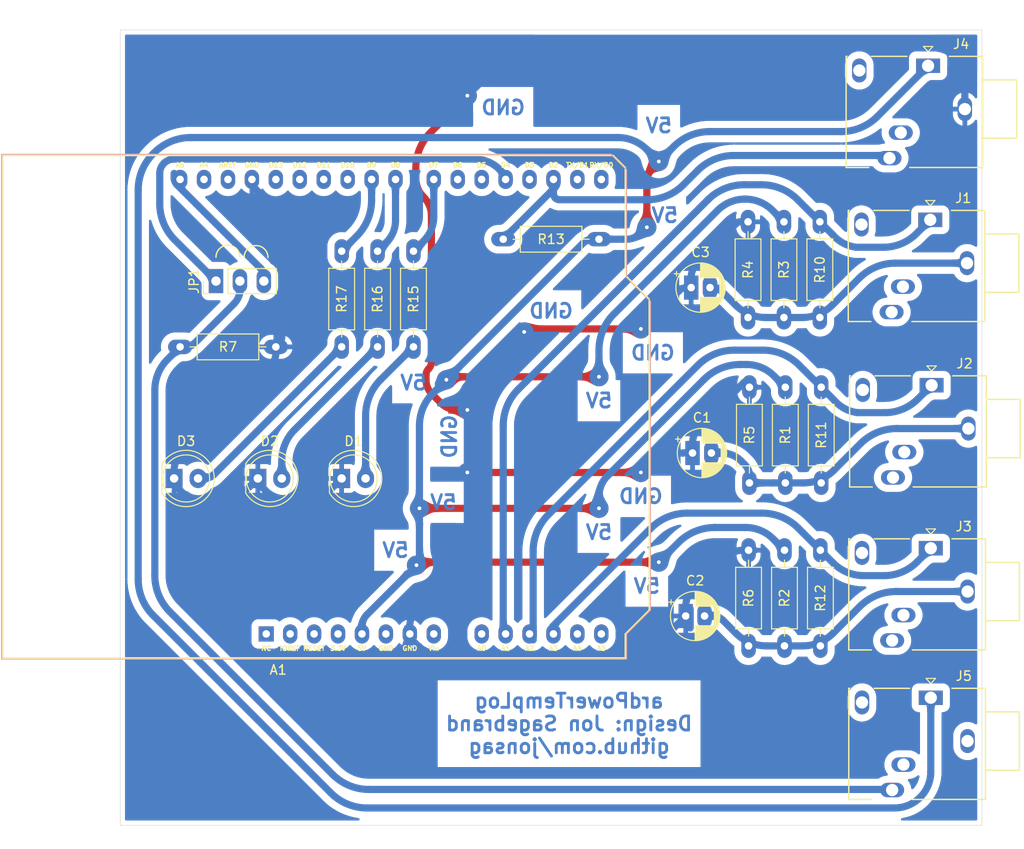
<source format=kicad_pcb>
(kicad_pcb (version 20240108) (generator "pcbnew") (generator_version "8.0")
  (layers (0 "F.Cu" signal) (31 "B.Cu" signal) (34 "B.Paste" user) (35 "F.Paste" user) (36 "B.SilkS" user "B.Silkscreen") (37 "F.SilkS" user "F.Silkscreen") (38 "B.Mask" user) (39 "F.Mask" user) (44 "Edge.Cuts" user))
  (net 0 "")
  (net 5 "/GND")
  (net 8 "Net-(A1-Pad12)")
  (net 10 "Net-(A1-Pad11)")
  (net 12 "Net-(A1-Pad10)")
  (net 15 "Net-(A1-Pad24)")
  (net 17 "Net-(A1-Pad23)")
  (net 18 "Net-(A1-Pad22)")
  (net 21 "/Collector")
  (net 24 "/Emitter")
  (net 28 "/Data")
  (net 31 "Net-(A1-Pad32)")
  (net 32 "Net-(D1-Pad2)")
  (net 33 "Net-(D2-Pad2)")
  (net 34 "Net-(D3-Pad2)")
  (net 35 "Net-(C1-Pad2)")
  (net 36 "Net-(C2-Pad2)")
  (net 37 "Net-(C3-Pad2)")
  (net 49 "Net-(A1-Pad19)")
  (footprint "My_Misc:LED_D5.0mm_large" (layer "F.Cu") (at 139.695 90.17)
    (property "Reference" "D1")
    (property "Value" "Status LED")
  )
  (footprint "My_Misc:LED_D5.0mm_large" (layer "F.Cu") (at 130.805 90.17)
    (property "Reference" "D2")
    (property "Value" "Polled LED")
  )
  (footprint "My_Misc:LED_D5.0mm_large" (layer "F.Cu") (at 121.92 90.17)
    (property "Reference" "D3")
    (property "Value" "Pulse LED")
  )
  (footprint "My_Misc:My_Jack_3.5mm_Ledino_KB3SPRS_Horizontal" (layer "F.Cu") (at 202.1575 62.71 180)
    (property "Reference" "J1")
    (property "Value" "R1")
  )
  (footprint "My_Misc:My_Jack_3.5mm_Ledino_KB3SPRS_Horizontal" (layer "F.Cu") (at 202.30252 80.27248 180)
    (property "Reference" "J2")
    (property "Value" "S2")
  )
  (footprint "My_Misc:My_Jack_3.5mm_Ledino_KB3SPRS_Horizontal" (layer "F.Cu") (at 202.215 97.5775 180)
    (property "Reference" "J3")
    (property "Value" "T3")
  )
  (footprint "My_Misc:My_Jack_3.5mm_Ledino_KB3SPRS_Horizontal" (layer "F.Cu") (at 201.93 46.355 180)
    (property "Reference" "J4")
    (property "Value" "OneWire bus")
  )
  (footprint "My_Misc:My_Jack_3.5mm_Ledino_KB3SPRS_Horizontal" (layer "F.Cu") (at 202.215 113.4525 180)
    (property "Reference" "J5")
    (property "Value" "LED sensor")
  )
  (footprint "My_Misc:R_Axial_DIN0207_L6.3mm_D2.5mm_P10.16mm_Horizontal_larger_pads" (layer "F.Cu") (at 186.77752 80.48498 -90)
    (property "Reference" "R1")
    (property "Value" "10k" (hide yes))
  )
  (footprint "My_Misc:R_Axial_DIN0207_L6.3mm_D2.5mm_P10.16mm_Horizontal_larger_pads" (layer "F.Cu") (at 186.69 97.79 -90)
    (property "Reference" "R2")
    (property "Value" "10k" (hide yes))
  )
  (footprint "My_Misc:R_Axial_DIN0207_L6.3mm_D2.5mm_P10.16mm_Horizontal_larger_pads" (layer "F.Cu") (at 186.6325 62.9225 -90)
    (property "Reference" "R3")
    (property "Value" "10k" (hide yes))
  )
  (footprint "My_Misc:R_Axial_DIN0207_L6.3mm_D2.5mm_P10.16mm_Horizontal_larger_pads" (layer "F.Cu") (at 182.8225 73.0825 90)
    (property "Reference" "R4")
    (property "Value" "10k" (hide yes))
  )
  (footprint "My_Misc:R_Axial_DIN0207_L6.3mm_D2.5mm_P10.16mm_Horizontal_larger_pads" (layer "F.Cu") (at 182.96752 90.64498 90)
    (property "Reference" "R5")
    (property "Value" "10k" (hide yes))
  )
  (footprint "My_Misc:R_Axial_DIN0207_L6.3mm_D2.5mm_P10.16mm_Horizontal_larger_pads" (layer "F.Cu") (at 182.88 107.95 90)
    (property "Reference" "R6")
    (property "Value" "10k" (hide yes))
  )
  (footprint "My_Misc:R_Axial_DIN0207_L6.3mm_D2.5mm_P10.16mm_Horizontal_larger_pads" (layer "F.Cu") (at 132.715 76.2 180)
    (property "Reference" "R7")
    (property "Value" "10k" (hide yes))
  )
  (footprint "My_Misc:R_Axial_DIN0207_L6.3mm_D2.5mm_P10.16mm_Horizontal_larger_pads" (layer "F.Cu") (at 190.4425 62.9225 -90)
    (property "Reference" "R10")
    (property "Value" "33R" (hide yes))
  )
  (footprint "My_Misc:R_Axial_DIN0207_L6.3mm_D2.5mm_P10.16mm_Horizontal_larger_pads" (layer "F.Cu") (at 190.58752 80.48498 -90)
    (property "Reference" "R11")
    (property "Value" "33R" (hide yes))
  )
  (footprint "My_Misc:R_Axial_DIN0207_L6.3mm_D2.5mm_P10.16mm_Horizontal_larger_pads" (layer "F.Cu") (at 190.5 97.79 -90)
    (property "Reference" "R12")
    (property "Value" "33R" (hide yes))
  )
  (footprint "My_Misc:R_Axial_DIN0207_L6.3mm_D2.5mm_P10.16mm_Horizontal_larger_pads" (layer "F.Cu") (at 156.845 64.77)
    (property "Reference" "R13")
    (property "Value" "4.7k" (hide yes))
  )
  (footprint "My_Misc:R_Axial_DIN0207_L6.3mm_D2.5mm_P10.16mm_Horizontal_larger_pads" (layer "F.Cu") (at 147.32 66.04 -90)
    (property "Reference" "R15")
    (property "Value" "220R" (hide yes))
  )
  (footprint "My_Misc:R_Axial_DIN0207_L6.3mm_D2.5mm_P10.16mm_Horizontal_larger_pads" (layer "F.Cu") (at 143.51 66.04 -90)
    (property "Reference" "R16")
    (property "Value" "220R" (hide yes))
  )
  (footprint "My_Misc:R_Axial_DIN0207_L6.3mm_D2.5mm_P10.16mm_Horizontal_larger_pads" (layer "F.Cu") (at 139.7 66.04 -90)
    (property "Reference" "R17")
    (property "Value" "220R" (hide yes))
  )
  (footprint "My_Misc:CP_Radial_D5.0mm_P2.00mm_larger" (layer "F.Cu") (at 176.787388 69.9075)
    (property "Reference" "C3")
    (property "Value" "10u")
  )
  (footprint "My_Arduino:Arduino_UNO_R3_shield_large" (layer "F.Cu") (at 122.555 58.42)
    (property "Reference" "A1")
    (property "Value" "Arduino_UNO_R3")
  )
  (footprint "My_Misc:CP_Radial_D5.0mm_P2.00mm_larger" (layer "F.Cu") (at 176.209888 104.775)
    (property "Reference" "C2")
    (property "Value" "10u")
  )
  (footprint "My_Parts:Jumper_1x03_P2.54mm_large" (layer "F.Cu") (at 126.365 69.215 90)
    (property "Reference" "JP1")
    (property "Value" "Analog/digital" (hide yes))
  )
  (footprint "My_Misc:CP_Radial_D5.0mm_P2.00mm_larger" (layer "F.Cu") (at 176.932408 87.46998)
    (property "Reference" "C1")
    (property "Value" "10u")
  )
  (gr_line (start 207.645 127) (end 116.205 127) (stroke (width 0.05)) (layer "Edge.Cuts"))
  (gr_line (start 207.645 42.545) (end 207.645 127) (stroke (width 0.05)) (layer "Edge.Cuts"))
  (gr_line (start 116.205 127) (end 116.205 42.545) (stroke (width 0.05)) (layer "Edge.Cuts"))
  (gr_line (start 116.205 42.545) (end 207.645 42.545) (stroke (width 0.05)) (layer "Edge.Cuts"))
  (gr_text "ardPowerTempLog\nDesign: Jon Sagebrand\ngithub.com/jonsag" (at 163.83 116.205 0) (layer "B.Cu") (effects (font (size 1.5 1.5) (thickness 0.3)) (justify mirror)))
  (gr_text "5V" (at 150.495 92.71 0) (layer "B.Cu") (effects (font (size 1.5 1.5) (thickness 0.3)) (justify mirror)))
  (gr_text "5V" (at 167.005 81.915 0) (layer "B.Cu") (effects (font (size 1.5 1.5) (thickness 0.3)) (justify mirror)))
  (gr_text "5V" (at 173.99 62.23 0) (layer "B.Cu") (effects (font (size 1.5 1.5) (thickness 0.3)) (justify mirror)))
  (gr_text "GND" (at 172.72 76.835 0) (layer "B.Cu") (effects (font (size 1.5 1.5) (thickness 0.3)) (justify mirror)))
  (gr_text "5V" (at 145.415 97.79 0) (layer "B.Cu") (effects (font (size 1.5 1.5) (thickness 0.3)) (justify mirror)))
  (gr_text "GND" (at 161.925 72.39 0) (layer "B.Cu") (effects (font (size 1.5 1.5) (thickness 0.3)) (justify mirror)))
  (gr_text "5V" (at 172.085 101.6 0) (layer "B.Cu") (effects (font (size 1.5 1.5) (thickness 0.3)) (justify mirror)))
  (gr_text "5V" (at 147.32 80.01 0) (layer "B.Cu") (effects (font (size 1.5 1.5) (thickness 0.3)) (justify mirror)))
  (gr_text "5V" (at 167.005 95.885 0) (layer "B.Cu") (effects (font (size 1.5 1.5) (thickness 0.3)) (justify mirror)))
  (gr_text "GND" (at 156.845 50.8 0) (layer "B.Cu") (effects (font (size 1.5 1.5) (thickness 0.3)) (justify mirror)))
  (gr_text "GND" (at 171.45 92.075 0) (layer "B.Cu") (effects (font (size 1.5 1.5) (thickness 0.3)) (justify mirror)))
  (gr_text "5V" (at 173.355 52.705 0) (layer "B.Cu") (effects (font (size 1.5 1.5) (thickness 0.3)) (justify mirror)))
  (gr_text "GND" (at 151.13 85.725 90) (layer "B.Cu") (effects (font (size 1.5 1.5) (thickness 0.3)) (justify mirror)))
  (segment (start 171.45 74.295) (end 159.609506 74.295) (width 0.762) (layer "F.Cu") (net 5))
  (segment (start 149.286203 81.2188) (end 150.234993 82.16759) (width 0.762) (layer "F.Cu") (net 5))
  (segment (start 159.0675 74.6125) (end 159.22625 74.45375) (width 0.762) (layer "F.Cu") (net 5))
  (segment (start 149.150299 53.4147) (end 153.035 49.53) (width 0.762) (layer "F.Cu") (net 5))
  (segment (start 149.22452 62.28648) (end 149.22452 77.824456) (width 0.762) (layer "F.Cu") (net 5))
  (segment (start 148.653989 79.6925) (end 148.653989 79.20184) (width 0.762) (layer "F.Cu") (net 5))
  (segment (start 152.000683 82.898963) (end 153.035 82.898963) (width 0.762) (layer "F.Cu") (net 5))
  (segment (start 171.45 89.535) (end 153.035 89.535) (width 0.762) (layer "F.Cu") (net 5))
  (segment (start 147.570492 57.228693) (end 147.570492 58.293303) (width 0.762) (layer "F.Cu") (net 5))
  (via (at 159.0675 74.6125) (size 2.032) (drill 0.4) (layers "F.Cu" "B.Cu") (net 5))
  (via (at 171.45 89.535) (size 2.032) (drill 0.4) (layers "F.Cu" "B.Cu") (net 5))
  (via (at 153.035 49.53) (size 2.032) (drill 0.4) (layers "F.Cu" "B.Cu") (net 5))
  (via (at 153.035 89.535) (size 2.032) (drill 0.4) (layers "F.Cu" "B.Cu") (net 5))
  (via (at 171.45 74.295) (size 2.032) (drill 0.4) (layers "F.Cu" "B.Cu") (net 5))
  (via (at 153.035 82.898963) (size 2.032) (drill 0.4) (layers "F.Cu" "B.Cu") (net 5))
  (arc (start 150.234993 82.16759) (mid 151.045098 82.708885) (end 152.000683 82.898963) (width 0.762) (layer "F.Cu") (net 5))
  (arc (start 147.570492 58.293303) (mid 147.785425 59.373849) (end 148.397506 60.289892) (width 0.762) (layer "F.Cu") (net 5))
  (arc (start 148.397506 60.289892) (mid 149.009586 61.205934) (end 149.22452 62.28648) (width 0.762) (layer "F.Cu") (net 5))
  (arc (start 148.653989 79.6925) (mid 148.818296 80.518527) (end 149.286203 81.2188) (width 0.762) (layer "F.Cu") (net 5))
  (arc (start 148.939254 78.513148) (mid 148.728126 78.829122) (end 148.653989 79.20184) (width 0.762) (layer "F.Cu") (net 5))
  (arc (start 159.22625 74.45375) (mid 159.402089 74.336257) (end 159.609506 74.295) (width 0.762) (layer "F.Cu") (net 5))
  (arc (start 149.22452 77.824456) (mid 149.150381 78.197173) (end 148.939254 78.513148) (width 0.762) (layer "F.Cu") (net 5))
  (arc (start 149.150299 53.4147) (mid 147.98107 55.164575) (end 147.570492 57.228693) (width 0.762) (layer "F.Cu") (net 5))
  (segment (start 131.856491 109.855) (end 143.432961 109.855) (width 0.762) (layer "B.Cu") (net 5))
  (segment (start 130.81 90.404779) (end 130.81 90.17) (width 0.762) (layer "B.Cu") (net 5))
  (segment (start 146.685 106.9975) (end 146.685 106.045) (width 0.762) (layer "B.Cu") (net 5))
  (segment (start 176.787388 69.432556) (end 176.787388 68.8915) (width 0.762) (layer "B.Cu") (net 5))
  (segment (start 129.72574 91.24926) (end 130.805 90.17) (width 0.762) (layer "B.Cu") (net 5))
  (segment (start 130.624012 59.504012) (end 131.76226 60.64226) (width 0.762) (layer "B.Cu") (net 5))
  (segment (start 151.441207 100.395804) (end 147.563629 104.273382) (width 0.762) (layer "B.Cu") (net 5))
  (segment (start 177.650828 84.719559) (end 182.36233 80.008057) (width 0.762) (layer "B.Cu") (net 5))
  (segment (start 176.209885 104.775) (end 173.74016 107.244726) (width 0.762) (layer "B.Cu") (net 5))
  (segment (start 121.92 89.56675) (end 121.92 90.13825) (width 0.762) (layer "B.Cu") (net 5))
  (segment (start 138.866573 90.998426) (end 138.615739 91.249259) (width 0.762) (layer "B.Cu") (net 5))
  (segment (start 182.345577 63.080577) (end 182.8225 63.5575) (width 0.762) (layer "B.Cu") (net 5))
  (segment (start 153.035 89.535) (end 153.035 96.548048) (width 0.762) (layer "B.Cu") (net 5))
  (segment (start 121.92 90.13825) (end 121.92 90.4875) (width 0.762) (layer "B.Cu") (net 5))
  (segment (start 122.144506 91.029506) (end 122.68176 91.56676) (width 0.762) (layer "B.Cu") (net 5))
  (segment (start 146.685 106.758693) (end 146.685 106.68) (width 0.762) (layer "B.Cu") (net 5))
  (segment (start 146.935012 105.791) (end 146.935012 106.68) (width 0.762) (layer "B.Cu") (net 5))
  (segment (start 150.101149 108.83852) (end 169.892404 108.83852) (width 0.762) (layer "B.Cu") (net 5))
  (segment (start 176.686138 106.045) (end 176.686138 104.013) (width 0.762) (layer "B.Cu") (net 5))
  (segment (start 129.752501 102.366462) (end 129.752501 107.751009) (width 0.762) (layer "B.Cu") (net 5))
  (segment (start 130.976014 90.805573) (end 131.65448 91.484039) (width 0.762) (layer "B.Cu") (net 5))
  (segment (start 132.221085 78.090914) (end 122.548617 87.763382) (width 0.762) (layer "B.Cu") (net 5))
  (segment (start 176.209888 104.774998) (end 176.209888 103.759) (width 0.762) (layer "B.Cu") (net 5))
  (segment (start 145.7325 108.9025) (end 146.01148 108.623519) (width 0.762) (layer "B.Cu") (net 5))
  (segment (start 176.928308 102.024579) (end 180.33129 98.621597) (width 0.762) (layer "B.Cu") (net 5))
  (segment (start 182.338944 97.79) (end 183.515 97.79) (width 0.762) (layer "B.Cu") (net 5))
  (segment (start 133.34952 75.116806) (end 133.34952 64.474244) (width 0.762) (layer "B.Cu") (net 5))
  (segment (start 133.693236 92.32852) (end 136.010175 92.32852) (width 0.762) (layer "B.Cu") (net 5))
  (segment (start 130.175 58.42) (end 130.175 57.785) (width 0.762) (layer "B.Cu") (net 5))
  (segment (start 175.916408 87.46998) (end 174.975209 87.46998) (width 0.762) (layer "B.Cu") (net 5))
  (segment (start 132.715 76.8985) (end 132.715 76.648673) (width 0.762) (layer "B.Cu") (net 5))
  (segment (start 171.45 89.535) (end 172.48251 88.50249) (width 0.762) (layer "B.Cu") (net 5))
  (segment (start 153.035 89.535) (end 153.035 82.898963) (width 0.762) (layer "B.Cu") (net 5))
  (segment (start 138.866573 90.998426) (end 131.346293 98.518706) (width 0.762) (layer "B.Cu") (net 5))
  (segment (start 183.125597 80.008057) (end 183.60252 80.48498) (width 0.762) (layer "B.Cu") (net 5))
  (segment (start 127.120175 92.32852) (end 124.520811 92.32852) (width 0.762) (layer "B.Cu") (net 5))
  (segment (start 159.0675 74.6125) (end 159.385 74.295) (width 0.762) (layer "B.Cu") (net 5))
  (segment (start 121.92 89.281) (end 121.92 89.56675) (width 0.762) (layer "B.Cu") (net 5))
  (segment (start 156.528727 46.036272) (end 153.035 49.53) (width 0.762) (layer "B.Cu") (net 5))
  (segment (start 202.411484 44.44248) (end 160.376483 44.44248) (width 0.762) (layer "B.Cu") (net 5))
  (segment (start 147.685567 107.837953) (end 146.740644 106.89303) (width 0.762) (layer "B.Cu") (net 5))
  (segment (start 159.0675 74.6125) (end 154.628792 79.051207) (width 0.762) (layer "B.Cu") (net 5))
  (segment (start 177.505808 67.157079) (end 181.58231 63.080577) (width 0.762) (layer "B.Cu") (net 5))
  (segment (start 171.45 74.295) (end 175.501663 70.243336) (width 0.762) (layer "B.Cu") (net 5))
  (segment (start 205.83 47.860995) (end 205.83 50.955) (width 0.762) (layer "B.Cu") (net 5))
  (arc (start 138.615739 91.249259) (mid 137.420296 92.048029) (end 136.010175 92.32852) (width 0.762) (layer "B.Cu") (net 5))
  (arc (start 131.346293 98.518706) (mid 130.166714 100.284071) (end 129.752501 102.366462) (width 0.762) (layer "B.Cu") (net 5))
  (arc (start 131.76226 60.64226) (mid 132.937004 62.400389) (end 133.34952 64.474244) (width 0.762) (layer "B.Cu") (net 5))
  (arc (start 204.82874 45.44374) (mid 205.569781 46.552786) (end 205.83 47.860995) (width 0.762) (layer "B.Cu") (net 5))
  (arc (start 122.68176 91.56676) (mid 123.525523 92.130545) (end 124.520811 92.32852) (width 0.762) (layer "B.Cu") (net 5))
  (arc (start 146.935012 105.791) (mid 147.098384 104.969671) (end 147.563629 104.273382) (width 0.762) (layer "B.Cu") (net 5))
  (arc (start 160.376483 44.44248) (mid 158.294092 44.856693) (end 156.528727 46.036272) (width 0.762) (layer "B.Cu") (net 5))
  (arc (start 133.693236 92.32852) (mid 132.589869 92.109046) (end 131.65448 91.484039) (width 0.762) (layer "B.Cu") (net 5))
  (arc (start 176.928308 102.024579) (mid 176.396599 102.820338) (end 176.209888 103.759) (width 0.762) (layer "B.Cu") (net 5))
  (arc (start 153.035 96.548048) (mid 152.620786 98.630438) (end 151.441207 100.395804) (width 0.762) (layer "B.Cu") (net 5))
  (arc (start 145.7325 108.9025) (mid 144.677462 109.607453) (end 143.432961 109.855) (width 0.762) (layer "B.Cu") (net 5))
  (arc (start 121.92 89.281) (mid 122.083372 88.459671) (end 122.548617 87.763382) (width 0.762) (layer "B.Cu") (net 5))
  (arc (start 204.82874 45.44374) (mid 203.719693 44.702698) (end 202.411484 44.44248) (width 0.762) (layer "B.Cu") (net 5))
  (arc (start 131.856491 109.855) (mid 131.051328 109.694843) (end 130.368745 109.238755) (width 0.762) (layer "B.Cu") (net 5))
  (arc (start 175.501663 70.243336) (mid 175.873652 69.99478) (end 176.312444 69.9075) (width 0.762) (layer "B.Cu") (net 5))
  (arc (start 176.209888 104.774999) (mid 176.209887 104.774999) (end 176.209886 104.775) (width 0.762) (layer "B.Cu") (net 5))
  (arc (start 181.58231 63.080577) (mid 181.757405 62.963582) (end 181.963944 62.9225) (width 0.762) (layer "B.Cu") (net 5))
  (arc (start 122.144506 91.029506) (mid 121.978347 90.780831) (end 121.92 90.4875) (width 0.762) (layer "B.Cu") (net 5))
  (arc (start 176.209888 104.774998) (mid 176.209887 104.774999) (end 176.209887 104.775) (width 0.762) (layer "B.Cu") (net 5))
  (arc (start 176.209885 104.775) (mid 176.209886 104.774999) (end 176.209888 104.774998) (width 0.762) (layer "B.Cu") (net 5))
  (arc (start 176.209887 104.775) (mid 176.209887 104.774999) (end 176.209888 104.774999) (width 0.762) (layer "B.Cu") (net 5))
  (arc (start 182.36233 80.008057) (mid 182.537425 79.891062) (end 182.743964 79.84998) (width 0.762) (layer "B.Cu") (net 5))
  (arc (start 132.221085 78.090914) (mid 132.586635 77.543829) (end 132.715 76.8985) (width 0.762) (layer "B.Cu") (net 5))
  (arc (start 176.209886 104.775) (mid 176.209886 104.775) (end 176.209887 104.775) (width 0.762) (layer "B.Cu") (net 5))
  (arc (start 176.787388 69.432556) (mid 176.64828 69.768392) (end 176.312444 69.9075) (width 0.762) (layer "B.Cu") (net 5))
  (arc (start 175.916408 87.46998) (mid 176.634828 87.1724) (end 176.932408 86.45398) (width 0.762) (layer "B.Cu") (net 5))
  (arc (start 146.685 106.9975) (mid 146.509957 107.877495) (end 146.01148 108.623519) (width 0.762) (layer "B.Cu") (net 5))
  (arc (start 176.209887 104.775) (mid 176.209886 104.775) (end 176.209885 104.775) (width 0.762) (layer "B.Cu") (net 5))
  (arc (start 176.932408 86.45398) (mid 177.119119 85.515318) (end 177.650828 84.719559) (width 0.762) (layer "B.Cu") (net 5))
  (arc (start 133.03226 75.88274) (mid 133.267066 75.531326) (end 133.34952 75.116806) (width 0.762) (layer "B.Cu") (net 5))
  (arc (start 146.740644 106.89303) (mid 146.699461 106.831395) (end 146.685 106.758693) (width 0.762) (layer "B.Cu") (net 5))
  (arc (start 133.03226 75.88274) (mid 132.797453 76.234153) (end 132.715 76.648673) (width 0.762) (layer "B.Cu") (net 5))
  (arc (start 129.72574 91.24926) (mid 128.530296 92.048029) (end 127.120175 92.32852) (width 0.762) (layer "B.Cu") (net 5))
  (arc (start 182.345577 63.080577) (mid 182.170482 62.963582) (end 181.963944 62.9225) (width 0.762) (layer "B.Cu") (net 5))
  (arc (start 173.74016 107.244726) (mid 171.974794 108.424306) (end 169.892404 108.83852) (width 0.762) (layer "B.Cu") (net 5))
  (arc (start 154.628792 79.051207) (mid 153.449213 80.816572) (end 153.035 82.898963) (width 0.762) (layer "B.Cu") (net 5))
  (arc (start 147.685567 107.837953) (mid 148.793845 108.578481) (end 150.101149 108.83852) (width 0.762) (layer "B.Cu") (net 5))
  (arc (start 130.624012 59.504012) (mid 130.291694 59.006663) (end 130.175 58.42) (width 0.762) (layer "B.Cu") (net 5))
  (arc (start 130.368745 109.238755) (mid 129.912657 108.556171) (end 129.752501 107.751009) (width 0.762) (layer "B.Cu") (net 5))
  (arc (start 177.505808 67.157079) (mid 176.974099 67.952838) (end 176.787388 68.8915) (width 0.762) (layer "B.Cu") (net 5))
  (arc (start 183.125597 80.008057) (mid 182.950502 79.891062) (end 182.743964 79.84998) (width 0.762) (layer "B.Cu") (net 5))
  (arc (start 138.866573 90.998426) (mid 138.866573 90.998425) (end 138.866573 90.998426) (width 0.762) (layer "B.Cu") (net 5))
  (arc (start 130.81 90.404779) (mid 130.853145 90.621687) (end 130.976014 90.805573) (width 0.762) (layer "B.Cu") (net 5))
  (arc (start 174.975209 87.46998) (mid 173.62617 87.73832) (end 172.48251 88.50249) (width 0.762) (layer "B.Cu") (net 5))
  (arc (start 180.33129 98.621597) (mid 181.252409 98.006125) (end 182.338944 97.79) (width 0.762) (layer "B.Cu") (net 5))
  (segment (start 191.85001 99.14001) (end 189.646109 96.936109) (width 0.762) (layer "B.Cu") (net 8))
  (segment (start 184.309996 93.85396) (end 176.370003 93.85396) (width 0.762) (layer "B.Cu") (net 8))
  (segment (start 188.653871 95.943871) (end 189.646109 96.936109) (width 0.762) (layer "B.Cu") (net 8))
  (segment (start 161.925 106.3625) (end 161.925 106.68) (width 0.762) (layer "B.Cu") (net 8))
  (segment (start 200.75874 99.03376) (end 202.215 97.5775) (width 0.762) (layer "B.Cu") (net 8))
  (segment (start 172.522247 95.447752) (end 162.149506 105.820493) (width 0.762) (layer "B.Cu") (net 8))
  (segment (start 195.109222 100.49002) (end 197.243017 100.49002) (width 0.762) (layer "B.Cu") (net 8))
  (segment (start 188.653871 95.943871) (end 188.157752 95.447752) (width 0.762) (layer "B.Cu") (net 8))
  (arc (start 161.925 106.3625) (mid 161.983347 106.069168) (end 162.149506 105.820493) (width 0.762) (layer "B.Cu") (net 8))
  (arc (start 176.370003 93.85396) (mid 174.287612 94.268173) (end 172.522247 95.447752) (width 0.762) (layer "B.Cu") (net 8))
  (arc (start 184.309996 93.85396) (mid 186.392386 94.268173) (end 188.157752 95.447752) (width 0.762) (layer "B.Cu") (net 8))
  (arc (start 197.243017 100.49002) (mid 199.145712 100.11155) (end 200.75874 99.03376) (width 0.762) (layer "B.Cu") (net 8))
  (arc (start 195.109222 100.49002) (mid 193.345349 100.139163) (end 191.85001 99.14001) (width 0.762) (layer "B.Cu") (net 8))
  (segment (start 188.245273 78.142733) (end 188.741391 78.638851) (width 0.762) (layer "B.Cu") (net 10))
  (segment (start 188.741391 78.638851) (end 189.733628 79.631088) (width 0.762) (layer "B.Cu") (net 10))
  (segment (start 200.84626 81.72874) (end 202.30252 80.27248) (width 0.762) (layer "B.Cu") (net 10))
  (segment (start 181.36044 76.548941) (end 184.397517 76.548941) (width 0.762) (layer "B.Cu") (net 10))
  (segment (start 191.93753 81.83499) (end 189.733628 79.631088) (width 0.762) (layer "B.Cu") (net 10))
  (segment (start 177.512684 78.142733) (end 161.613792 94.041625) (width 0.762) (layer "B.Cu") (net 10))
  (segment (start 160.02 97.889381) (end 160.02 107.315) (width 0.762) (layer "B.Cu") (net 10))
  (segment (start 194.459112 83.185) (end 197.330537 83.185) (width 0.762) (layer "B.Cu") (net 10))
  (arc (start 194.459112 83.185) (mid 193.241165 82.834143) (end 191.93753 81.83499) (width 0.762) (layer "B.Cu") (net 10))
  (arc (start 181.36044 76.548941) (mid 179.278049 76.963154) (end 177.512684 78.142733) (width 0.762) (layer "B.Cu") (net 10))
  (arc (start 161.613792 94.041625) (mid 160.434213 95.80699) (end 160.02 97.889381) (width 0.762) (layer "B.Cu") (net 10))
  (arc (start 188.245273 78.142733) (mid 186.479907 76.963154) (end 184.397517 76.548941) (width 0.762) (layer "B.Cu") (net 10))
  (arc (start 197.330537 83.185) (mid 199.233232 82.80653) (end 200.84626 81.72874) (width 0.762) (layer "B.Cu") (net 10))
  (segment (start 191.79251 64.27251) (end 189.588608 62.068608) (width 0.762) (layer "B.Cu") (net 12))
  (segment (start 188.596371 61.076371) (end 188.100253 60.580253) (width 0.762) (layer "B.Cu") (net 12))
  (segment (start 188.596371 61.076371) (end 189.588608 62.068608) (width 0.762) (layer "B.Cu") (net 12))
  (segment (start 158.438792 80.706625) (end 178.565164 60.580253) (width 0.762) (layer "B.Cu") (net 12))
  (segment (start 182.41292 58.986461) (end 184.252497 58.986461) (width 0.762) (layer "B.Cu") (net 12))
  (segment (start 156.845 84.554381) (end 156.845 106.68) (width 0.762) (layer "B.Cu") (net 12))
  (segment (start 194.314092 65.62252) (end 197.185517 65.62252) (width 0.762) (layer "B.Cu") (net 12))
  (segment (start 200.70124 64.16626) (end 202.1575 62.71) (width 0.762) (layer "B.Cu") (net 12))
  (arc (start 182.41292 58.986461) (mid 180.330529 59.400674) (end 178.565164 60.580253) (width 0.762) (layer "B.Cu") (net 12))
  (arc (start 200.70124 64.16626) (mid 199.088212 65.24405) (end 197.185517 65.62252) (width 0.762) (layer "B.Cu") (net 12))
  (arc (start 191.79251 64.27251) (mid 193.096145 65.271663) (end 194.314092 65.62252) (width 0.762) (layer "B.Cu") (net 12))
  (arc (start 184.252497 58.986461) (mid 186.334887 59.400674) (end 188.100253 60.580253) (width 0.762) (layer "B.Cu") (net 12))
  (arc (start 158.438792 80.706625) (mid 157.259213 82.47199) (end 156.845 84.554381) (width 0.762) (layer "B.Cu") (net 12))
  (segment (start 141.303471 64.436528) (end 139.7 66.04) (width 0.762) (layer "B.Cu") (net 15))
  (segment (start 142.875012 60.642494) (end 142.875012 58.42) (width 0.762) (layer "B.Cu") (net 15))
  (arc (start 141.303471 64.436528) (mid 142.466581 62.69581) (end 142.875012 60.642494) (width 0.762) (layer "B.Cu") (net 15))
  (segment (start 144.462506 65.087494) (end 143.51 66.04) (width 0.762) (layer "B.Cu") (net 17))
  (segment (start 145.415012 62.787941) (end 145.415012 58.42) (width 0.762) (layer "B.Cu") (net 17))
  (arc (start 144.462506 65.087494) (mid 145.167463 64.03245) (end 145.415012 62.787941) (width 0.762) (layer "B.Cu") (net 17))
  (segment (start 148.397506 64.962494) (end 147.32 66.04) (width 0.762) (layer "B.Cu") (net 18))
  (segment (start 149.475012 62.361164) (end 149.475012 58.42) (width 0.762) (layer "B.Cu") (net 18))
  (arc (start 148.397506 64.962494) (mid 149.194977 63.768993) (end 149.475012 62.361164) (width 0.762) (layer "B.Cu") (net 18))
  (segment (start 151.354506 79.375) (end 167.005 79.375) (width 0.762) (layer "F.Cu") (net 21))
  (segment (start 167.005 93.345) (end 147.955 93.345) (width 0.762) (layer "F.Cu") (net 21))
  (segment (start 173.355 99.06) (end 148.179506 99.06) (width 0.762) (layer "F.Cu") (net 21))
  (segment (start 147.6375 99.3775) (end 147.79625 99.21875) (width 0.762) (layer "F.Cu") (net 21))
  (segment (start 150.8125 79.6925) (end 150.97125 79.53375) (width 0.762) (layer "F.Cu") (net 21))
  (segment (start 172.085 58.683025) (end 172.085 63.5) (width 0.762) (layer "F.Cu") (net 21))
  (segment (start 173.355 56.515) (end 172.72 57.15) (width 0.762) (layer "F.Cu") (net 21))
  (via (at 167.005 93.345) (size 2.032) (drill 0.4) (layers "F.Cu" "B.Cu") (net 21))
  (via (at 147.6375 99.3775) (size 2.032) (drill 0.4) (layers "F.Cu" "B.Cu") (net 21))
  (via (at 150.8125 79.6925) (size 2.032) (drill 0.4) (layers "F.Cu" "B.Cu") (net 21))
  (via (at 147.955 93.345) (size 2.032) (drill 0.4) (layers "F.Cu" "B.Cu") (net 21))
  (via (at 173.355 99.06) (size 2.032) (drill 0.4) (layers "F.Cu" "B.Cu") (net 21))
  (via (at 173.355 56.515) (size 2.032) (drill 0.4) (layers "F.Cu" "B.Cu") (net 21))
  (via (at 172.085 63.5) (size 2.032) (drill 0.4) (layers "F.Cu" "B.Cu") (net 21))
  (via (at 167.005 79.375) (size 2.032) (drill 0.4) (layers "F.Cu" "B.Cu") (net 21))
  (arc (start 172.085 58.683025) (mid 172.250031 57.853357) (end 172.72 57.15) (width 0.762) (layer "F.Cu") (net 21))
  (arc (start 151.354506 79.375) (mid 151.147089 79.416257) (end 150.97125 79.53375) (width 0.762) (layer "F.Cu") (net 21))
  (arc (start 147.79625 99.21875) (mid 147.972089 99.101257) (end 148.179506 99.06) (width 0.762) (layer "F.Cu") (net 21))
  (segment (start 119.824529 55.568792) (end 119.703792 55.68953) (width 0.762) (layer "B.Cu") (net 21))
  (segment (start 182.505 60.50998) (end 182.51407 60.50998) (width 0.762) (layer "B.Cu") (net 21))
  (segment (start 172.085 63.5) (end 171.45 64.135) (width 0.762) (layer "B.Cu") (net 21))
  (segment (start 179.291483 95.37748) (end 182.57157 95.37748) (width 0.762) (layer "B.Cu") (net 21))
  (segment (start 175.443727 96.971272) (end 173.355 99.06) (width 0.762) (layer "B.Cu") (net 21))
  (segment (start 141.855012 105.919994) (end 141.855012 106.68) (width 0.762) (layer "B.Cu") (net 21))
  (segment (start 179.577346 61.722653) (end 168.598792 72.701207) (width 0.762) (layer "B.Cu") (net 21))
  (segment (start 147.955 84.570557) (end 147.955 93.345) (width 0.762) (layer "B.Cu") (net 21))
  (segment (start 147.79625 99.21875) (end 147.6375 99.3775) (width 0.762) (layer "B.Cu") (net 21))
  (segment (start 165.285987 65.219012) (end 150.8125 79.6925) (width 0.762) (layer "B.Cu") (net 21))
  (segment (start 167.005 64.77) (end 166.37 64.77) (width 0.762) (layer "B.Cu") (net 21))
  (segment (start 185.42624 61.71624) (end 186.6325 62.9225) (width 0.762) (layer "B.Cu") (net 21))
  (segment (start 173.355 56.515) (end 174.9425 54.9275) (width 0.762) (layer "B.Cu") (net 21))
  (segment (start 196.538792 51.746207) (end 201.93 46.355) (width 0.762) (layer "B.Cu") (net 21))
  (segment (start 172.085 55.245) (end 173.355 56.515) (width 0.762) (layer "B.Cu") (net 21))
  (segment (start 167.005 76.548963) (end 167.005 79.375) (width 0.762) (layer "B.Cu") (net 21))
  (segment (start 185.57126 79.27872) (end 186.77752 80.48498) (width 0.762) (layer "B.Cu") (net 21))
  (segment (start 147.6375 99.3775) (end 142.392417 104.622582) (width 0.762) (layer "B.Cu") (net 21))
  (segment (start 167.903025 89.906974) (end 178.143747 79.666252) (width 0.762) (layer "B.Cu") (net 21))
  (segment (start 138.553645 123.563227) (end 119.703792 104.713374) (width 0.762) (layer "B.Cu") (net 21))
  (segment (start 192.691036 53.34) (end 178.775064 53.34) (width 0.762) (layer "B.Cu") (net 21))
  (segment (start 181.991503 78.07246) (end 182.65909 78.07246) (width 0.762) (layer "B.Cu") (net 21))
  (segment (start 147.955 98.835493) (end 147.955 93.345) (width 0.762) (layer "B.Cu") (net 21))
  (segment (start 118.11 100.865618) (end 118.11 59.537286) (width 0.762) (layer "B.Cu") (net 21))
  (segment (start 198.370561 125.15702) (end 142.401401 125.15702) (width 0.762) (layer "B.Cu") (net 21))
  (segment (start 151.354506 79.375) (end 151.765 79.375) (width 0.762) (layer "B.Cu") (net 21))
  (segment (start 168.275 64.77) (end 169.916974 64.77) (width 0.762) (layer "B.Cu") (net 21))
  (segment (start 150.8125 79.6925) (end 150.97125 79.53375) (width 0.762) (layer "B.Cu") (net 21))
  (segment (start 150.8125 79.6925) (end 149.38375 81.12125) (width 0.762) (layer "B.Cu") (net 21))
  (segment (start 202.215 121.312581) (end 202.215 113.4525) (width 0.762) (layer "B.Cu") (net 21))
  (segment (start 168.275 64.77) (end 167.005 64.77) (width 0.762) (layer "B.Cu") (net 21))
  (segment (start 169.018948 53.975) (end 123.672286 53.975) (width 0.762) (layer "B.Cu") (net 21))
  (segment (start 167.005 92.075) (end 167.005 93.345) (width 0.762) (layer "B.Cu") (net 21))
  (segment (start 185.48374 96.58374) (end 186.69 97.79) (width 0.762) (layer "B.Cu") (net 21))
  (arc (start 167.005 76.548963) (mid 167.419213 74.466572) (end 168.598792 72.701207) (width 0.762) (layer "B.Cu") (net 21))
  (arc (start 172.085 55.245) (mid 170.678283 54.305062) (end 169.018948 53.975) (width 0.762) (layer "B.Cu") (net 21))
  (arc (start 169.916974 64.77) (mid 170.746641 64.604968) (end 171.45 64.135) (width 0.762) (layer "B.Cu") (net 21))
  (arc (start 138.553645 123.563227) (mid 140.31901 124.742806) (end 142.401401 125.15702) (width 0.762) (layer "B.Cu") (net 21))
  (arc (start 119.703792 55.68953) (mid 118.524213 57.454895) (end 118.11 59.537286) (width 0.762) (layer "B.Cu") (net 21))
  (arc (start 142.392417 104.622582) (mid 141.994679 105.217839) (end 141.855012 105.919994) (width 0.762) (layer "B.Cu") (net 21))
  (arc (start 182.65909 78.07246) (mid 184.235145 78.385956) (end 185.57126 79.27872) (width 0.762) (layer "B.Cu") (net 21))
  (arc (start 151.354506 79.375) (mid 151.147089 79.416257) (end 150.97125 79.53375) (width 0.762) (layer "B.Cu") (net 21))
  (arc (start 167.005 92.075) (mid 167.238389 90.901672) (end 167.903025 89.906974) (width 0.762) (layer "B.Cu") (net 21))
  (arc (start 181.991503 78.07246) (mid 179.909112 78.486673) (end 178.143747 79.666252) (width 0.762) (layer "B.Cu") (net 21))
  (arc (start 185.48374 96.58374) (mid 184.147625 95.690976) (end 182.57157 95.37748) (width 0.762) (layer "B.Cu") (net 21))
  (arc (start 123.672286 53.975) (mid 121.589895 54.389213) (end 119.824529 55.568792) (width 0.762) (layer "B.Cu") (net 21))
  (arc (start 147.955 84.570557) (mid 148.32632 82.703805) (end 149.38375 81.12125) (width 0.762) (layer "B.Cu") (net 21))
  (arc (start 185.42624 61.71624) (mid 184.090125 60.823476) (end 182.51407 60.50998) (width 0.762) (layer "B.Cu") (net 21))
  (arc (start 178.775064 53.34) (mid 176.700895 53.752577) (end 174.9425 54.9275) (width 0.762) (layer "B.Cu") (net 21))
  (arc (start 118.11 100.865618) (mid 118.524213 102.948008) (end 119.703792 104.713374) (width 0.762) (layer "B.Cu") (net 21))
  (arc (start 175.443727 96.971272) (mid 177.209092 95.791693) (end 179.291483 95.37748) (width 0.762) (layer "B.Cu") (net 21))
  (arc (start 165.285987 65.219012) (mid 165.783336 64.886694) (end 166.37 64.77) (width 0.762) (layer "B.Cu") (net 21))
  (arc (start 201.08899 124.03101) (mid 199.841764 124.864379) (end 198.370561 125.15702) (width 0.762) (layer "B.Cu") (net 21))
  (arc (start 192.691036 53.34) (mid 194.773426 52.925786) (end 196.538792 51.746207) (width 0.762) (layer "B.Cu") (net 21))
  (arc (start 202.215 121.312581) (mid 201.922359 122.783784) (end 201.08899 124.03101) (width 0.762) (layer "B.Cu") (net 21))
  (arc (start 147.955 98.835493) (mid 147.913742 99.04291) (end 147.79625 99.21875) (width 0.762) (layer "B.Cu") (net 21))
  (arc (start 179.577346 61.722653) (mid 180.920565 60.825143) (end 182.505 60.50998) (width 0.762) (layer "B.Cu") (net 21))
  (segment (start 119.877489 100.478525) (end 119.877489 80.770797) (width 0.762) (layer "B.Cu") (net 24))
  (segment (start 142.588963 123.19) (end 198.755 123.19) (width 0.762) (layer "B.Cu") (net 24))
  (segment (start 128.905 70.103511) (end 128.905 69.215) (width 0.762) (layer "B.Cu") (net 24))
  (segment (start 124.100787 75.796234) (end 128.276727 71.620294) (width 0.762) (layer "B.Cu") (net 24))
  (segment (start 121.216244 77.538755) (end 122.151234 76.603765) (width 0.762) (layer "B.Cu") (net 24))
  (segment (start 138.741207 121.596207) (end 121.471281 104.326281) (width 0.762) (layer "B.Cu") (net 24))
  (arc (start 124.100787 75.796234) (mid 123.653556 76.095064) (end 123.126011 76.2) (width 0.762) (layer "B.Cu") (net 24))
  (arc (start 128.905 70.103511) (mid 128.741717 70.924388) (end 128.276727 71.620294) (width 0.762) (layer "B.Cu") (net 24))
  (arc (start 119.877489 100.478525) (mid 120.291702 102.560915) (end 121.471281 104.326281) (width 0.762) (layer "B.Cu") (net 24))
  (arc (start 122.151234 76.603765) (mid 122.598465 76.304935) (end 123.126011 76.2) (width 0.762) (layer "B.Cu") (net 24))
  (arc (start 121.216244 77.538755) (mid 120.22542 79.021628) (end 119.877489 80.770797) (width 0.762) (layer "B.Cu") (net 24))
  (arc (start 138.741207 121.596207) (mid 140.506572 122.775786) (end 142.588963 123.19) (width 0.762) (layer "B.Cu") (net 24))
  (segment (start 162.8246 60.57852) (end 172.117516 60.57852) (width 0.762) (layer "B.Cu") (net 28))
  (segment (start 162.335493 59.279506) (end 156.845 64.77) (width 0.762) (layer "B.Cu") (net 28))
  (segment (start 177.476207 57.473792) (end 175.965272 58.984726) (width 0.762) (layer "B.Cu") (net 28))
  (segment (start 181.323963 55.88) (end 197.485 55.88) (width 0.762) (layer "B.Cu") (net 28))
  (segment (start 162.175012 59.928931) (end 162.175012 58.42) (width 0.762) (layer "B.Cu") (net 28))
  (segment (start 162.56 58.7375) (end 162.56 58.42) (width 0.762) (layer "B.Cu") (net 28))
  (arc (start 177.476207 57.473792) (mid 179.241572 56.294213) (end 181.323963 55.88) (width 0.762) (layer "B.Cu") (net 28))
  (arc (start 162.56 58.7375) (mid 162.501652 59.030831) (end 162.335493 59.279506) (width 0.762) (layer "B.Cu") (net 28))
  (arc (start 175.965272 58.984726) (mid 174.199906 60.164306) (end 172.117516 60.57852) (width 0.762) (layer "B.Cu") (net 28))
  (arc (start 162.365272 60.38826) (mid 162.224458 60.177518) (end 162.175012 59.928931) (width 0.762) (layer "B.Cu") (net 28))
  (arc (start 162.365272 60.38826) (mid 162.576013 60.529073) (end 162.8246 60.57852) (width 0.762) (layer "B.Cu") (net 28))
  (segment (start 131.445 68.707) (end 131.445 69.215) (width 0.762) (layer "B.Cu") (net 31))
  (segment (start 121.92 58.2295) (end 121.92 57.785) (width 0.762) (layer "B.Cu") (net 31))
  (segment (start 122.234308 58.988308) (end 131.085789 67.839789) (width 0.762) (layer "B.Cu") (net 31))
  (arc (start 122.234308 58.988308) (mid 122.001685 58.640164) (end 121.92 58.2295) (width 0.762) (layer "B.Cu") (net 31))
  (arc (start 131.085789 67.839789) (mid 131.351644 68.237669) (end 131.445 68.707) (width 0.762) (layer "B.Cu") (net 31))
  (segment (start 143.833792 79.686207) (end 147.32 76.2) (width 0.762) (layer "B.Cu") (net 32))
  (segment (start 142.24 83.533963) (end 142.24 90.17) (width 0.762) (layer "B.Cu") (net 32))
  (arc (start 143.833792 79.686207) (mid 142.654213 81.451572) (end 142.24 83.533963) (width 0.762) (layer "B.Cu") (net 32))
  (segment (start 133.35 88.265) (end 133.35 90.17) (width 0.762) (layer "B.Cu") (net 33))
  (segment (start 134.697038 85.012961) (end 143.51 76.2) (width 0.762) (layer "B.Cu") (net 33))
  (arc (start 134.697038 85.012961) (mid 133.700083 86.505009) (end 133.35 88.265) (width 0.762) (layer "B.Cu") (net 33))
  (segment (start 126.179012 89.720987) (end 139.7 76.2) (width 0.762) (layer "B.Cu") (net 34))
  (segment (start 125.095 90.17) (end 124.46 90.17) (width 0.762) (layer "B.Cu") (net 34))
  (arc (start 125.095 90.17) (mid 125.681663 90.053305) (end 126.179012 89.720987) (width 0.762) (layer "B.Cu") (net 34))
  (segment (start 180.043174 87.46998) (end 178.836919 87.46998) (width 0.762) (layer "B.Cu") (net 35))
  (segment (start 184.284247 90.64498) (end 183.695975 90.64498) (width 0.762) (layer "B.Cu") (net 35))
  (segment (start 185.460792 90.64498) (end 188.68252 90.64498) (width 0.762) (layer "B.Cu") (net 35))
  (segment (start 185.460792 90.64498) (end 184.284247 90.64498) (width 0.762) (layer "B.Cu") (net 35))
  (segment (start 182.452424 88.672974) (end 182.102381 88.322931) (width 0.762) (layer "B.Cu") (net 35))
  (segment (start 194.766227 86.466272) (end 191.934558 89.297941) (width 0.762) (layer "B.Cu") (net 35))
  (segment (start 198.613983 84.87248) (end 206.20252 84.87248) (width 0.762) (layer "B.Cu") (net 35))
  (arc (start 188.68252 90.64498) (mid 190.44251 90.294895) (end 191.934558 89.297941) (width 0.762) (layer "B.Cu") (net 35))
  (arc (start 182.452424 88.672974) (mid 182.83365 89.24352) (end 182.96752 89.916525) (width 0.762) (layer "B.Cu") (net 35))
  (arc (start 194.766227 86.466272) (mid 196.531592 85.286693) (end 198.613983 84.87248) (width 0.762) (layer "B.Cu") (net 35))
  (arc (start 182.96752 89.916525) (mid 183.180879 90.43162) (end 183.695975 90.64498) (width 0.762) (layer "B.Cu") (net 35))
  (arc (start 180.043174 87.46998) (mid 181.157609 87.691654) (end 182.102381 88.322931) (width 0.762) (layer "B.Cu") (net 35))
  (segment (start 198.526463 102.1775) (end 206.115 102.1775) (width 0.762) (layer "B.Cu") (net 36))
  (segment (start 181.532961 106.602961) (end 180.154012 105.224012) (width 0.762) (layer "B.Cu") (net 36))
  (segment (start 179.07 104.775) (end 178.435 104.775) (width 0.762) (layer "B.Cu") (net 36))
  (segment (start 184.785 107.95) (end 188.595 107.95) (width 0.762) (layer "B.Cu") (net 36))
  (segment (start 194.678707 103.771292) (end 191.847038 106.602961) (width 0.762) (layer "B.Cu") (net 36))
  (arc (start 179.07 104.775) (mid 179.656663 104.891694) (end 180.154012 105.224012) (width 0.762) (layer "B.Cu") (net 36))
  (arc (start 194.678707 103.771292) (mid 196.444072 102.591713) (end 198.526463 102.1775) (width 0.762) (layer "B.Cu") (net 36))
  (arc (start 191.847038 106.602961) (mid 190.35499 107.599915) (end 188.595 107.95) (width 0.762) (layer "B.Cu") (net 36))
  (arc (start 184.785 107.95) (mid 183.025009 107.599915) (end 181.532961 106.602961) (width 0.762) (layer "B.Cu") (net 36))
  (segment (start 179.872006 70.132006) (end 181.475461 71.735461) (width 0.762) (layer "B.Cu") (net 37))
  (segment (start 188.5375 73.0825) (end 184.7275 73.0825) (width 0.762) (layer "B.Cu") (net 37))
  (segment (start 198.468963 67.31) (end 206.0575 67.31) (width 0.762) (layer "B.Cu") (net 37))
  (segment (start 194.621207 68.903792) (end 191.789538 71.735461) (width 0.762) (layer "B.Cu") (net 37))
  (segment (start 179.33 69.9075) (end 179.0125 69.9075) (width 0.762) (layer "B.Cu") (net 37))
  (arc (start 198.468963 67.31) (mid 196.386572 67.724213) (end 194.621207 68.903792) (width 0.762) (layer "B.Cu") (net 37))
  (arc (start 184.7275 73.0825) (mid 182.967509 72.732415) (end 181.475461 71.735461) (width 0.762) (layer "B.Cu") (net 37))
  (arc (start 179.33 69.9075) (mid 179.623331 69.965847) (end 179.872006 70.132006) (width 0.762) (layer "B.Cu") (net 37))
  (arc (start 188.5375 73.0825) (mid 190.29749 72.732415) (end 191.789538 71.735461) (width 0.762) (layer "B.Cu") (net 37))
  (segment (start 121.920001 56.26148) (end 153.833432 56.26148) (width 0.762) (layer "B.Cu") (net 49))
  (segment (start 156.411945 57.329535) (end 157.472076 58.389666) (width 0.762) (layer "B.Cu") (net 49))
  (segment (start 157.48 58.408795) (end 157.48 58.42) (width 0.762) (layer "B.Cu") (net 49))
  (segment (start 121.990272 64.840272) (end 126.365 69.215) (width 0.762) (layer "B.Cu") (net 49))
  (segment (start 120.39648 57.785001) (end 120.39648 60.992516) (width 0.762) (layer "B.Cu") (net 49))
  (arc (start 156.411945 57.329535) (mid 155.228913 56.539058) (end 153.833432 56.26148) (width 0.762) (layer "B.Cu") (net 49))
  (arc (start 157.48 58.408795) (mid 157.47794 58.398442) (end 157.472076 58.389666) (width 0.762) (layer "B.Cu") (net 49))
  (arc (start 120.39648 57.785001) (mid 120.512451 57.201974) (end 120.842709 56.707709) (width 0.762) (layer "B.Cu") (net 49))
  (arc (start 121.920001 56.26148) (mid 121.336974 56.377451) (end 120.842709 56.707709) (width 0.762) (layer "B.Cu") (net 49))
  (arc (start 120.39648 60.992516) (mid 120.810693 63.074906) (end 121.990272 64.840272) (width 0.762) (layer "B.Cu") (net 49))
  (zone (net 5) (net_name "/GND") (layer "F.Cu") (priority 16962) (connect_pads yes (clearance 0)) (min_thickness 0.0254) (fill yes (thermal_gap 0.508) (thermal_bridge_width 0.508))
    (polygon (pts (xy 155.061 89.154) (xy 154.830746 89.147322) (xy 154.636224 89.127886) (xy 154.470029 89.096589) (xy 154.324756 89.054324) (xy 154.193002 89.001989) (xy 154.067363 88.940479) (xy 153.940433 88.870689) (xy 153.80481 88.793515) (xy 153.653088 88.709854) (xy 153.477864 88.6206) (xy 152.527 89.535) (xy 153.477864 90.4494) (xy 153.653088 90.360145) (xy 153.80481 90.276484) (xy 153.940433 90.19931) (xy 154.067363 90.12952) (xy 154.193002 90.06801) (xy 154.324756 90.015675) (xy 154.470029 89.97341) (xy 154.636224 89.942113) (xy 154.830746 89.922677) (xy 155.061 89.916)))
  )
  (zone (net 5) (net_name "/GND") (layer "F.Cu") (priority 16962) (connect_pads yes (clearance 0)) (min_thickness 0.0254) (fill yes (thermal_gap 0.508) (thermal_bridge_width 0.508))
    (polygon (pts (xy 161.055506 73.914) (xy 160.796776 73.90824) (xy 160.577697 73.892151) (xy 160.389535 73.867518) (xy 160.223559 73.836126) (xy 160.071035 73.79976) (xy 159.92323 73.760204) (xy 159.771413 73.719244) (xy 159.606849 73.678664) (xy 159.420807 73.64025) (xy 159.204554 73.605787) (xy 158.584609 74.770233) (xy 159.772395 75.344195) (xy 159.895123 75.223048) (xy 160.004428 75.112827) (xy 160.105808 75.01396) (xy 160.204763 74.92688) (xy 160.306791 74.852015) (xy 160.417392 74.789798) (xy 160.542065 74.740657) (xy 160.686309 74.705023) (xy 160.855622 74.683327) (xy 161.055506 74.676)))
  )
  (zone (net 21) (net_name "/Collector") (layer "F.Cu") (priority 16962) (connect_pads yes (clearance 0)) (min_thickness 0.0254) (fill yes (thermal_gap 0.508) (thermal_bridge_width 0.508))
    (polygon (pts (xy 152.800506 78.994) (xy 152.541776 78.98824) (xy 152.322697 78.972151) (xy 152.134535 78.947518) (xy 151.968559 78.916126) (xy 151.816035 78.87976) (xy 151.66823 78.840204) (xy 151.516413 78.799244) (xy 151.351849 78.758664) (xy 151.165807 78.72025) (xy 150.949554 78.685787) (xy 150.329609 79.850233) (xy 151.517395 80.424195) (xy 151.640123 80.303048) (xy 151.749428 80.192827) (xy 151.850808 80.09396) (xy 151.949763 80.00688) (xy 152.051791 79.932015) (xy 152.162392 79.869798) (xy 152.287065 79.820657) (xy 152.431309 79.785023) (xy 152.600622 79.763327) (xy 152.800506 79.756)))
  )
  (zone (net 5) (net_name "/GND") (layer "F.Cu") (priority 16962) (connect_pads yes (clearance 0)) (min_thickness 0.0254) (fill yes (thermal_gap 0.508) (thermal_bridge_width 0.508))
    (polygon (pts (xy 151.009 83.279963) (xy 151.239253 83.28664) (xy 151.433775 83.306076) (xy 151.59997 83.337373) (xy 151.745243 83.379638) (xy 151.876997 83.431973) (xy 152.002636 83.493483) (xy 152.129566 83.563273) (xy 152.265189 83.640447) (xy 152.416911 83.724108) (xy 152.592136 83.813363) (xy 153.543 82.898963) (xy 152.592136 81.984563) (xy 152.416911 82.073817) (xy 152.265189 82.157478) (xy 152.129566 82.234652) (xy 152.002636 82.304442) (xy 151.876997 82.365952) (xy 151.745243 82.418287) (xy 151.59997 82.460552) (xy 151.433775 82.491849) (xy 151.239253 82.511285) (xy 151.009 82.517963)))
  )
  (zone (net 5) (net_name "/GND") (layer "F.Cu") (priority 16962) (connect_pads yes (clearance 0)) (min_thickness 0.0254) (fill yes (thermal_gap 0.508) (thermal_bridge_width 0.508))
    (polygon (pts (xy 169.424 89.916) (xy 169.654253 89.922677) (xy 169.848775 89.942113) (xy 170.01497 89.97341) (xy 170.160243 90.015675) (xy 170.291997 90.06801) (xy 170.417636 90.12952) (xy 170.544566 90.19931) (xy 170.680189 90.276484) (xy 170.831911 90.360145) (xy 171.007136 90.4494) (xy 171.958 89.535) (xy 171.007136 88.6206) (xy 170.831911 88.709854) (xy 170.680189 88.793515) (xy 170.544566 88.870689) (xy 170.417636 88.940479) (xy 170.291997 89.001989) (xy 170.160243 89.054324) (xy 170.01497 89.096589) (xy 169.848775 89.127886) (xy 169.654253 89.147322) (xy 169.424 89.154)))
  )
  (zone (net 21) (net_name "/Collector") (layer "F.Cu") (priority 16962) (connect_pads yes (clearance 0)) (min_thickness 0.0254) (fill yes (thermal_gap 0.508) (thermal_bridge_width 0.508))
    (polygon (pts (xy 149.981 92.964) (xy 149.750746 92.957322) (xy 149.556224 92.937886) (xy 149.390029 92.906589) (xy 149.244756 92.864324) (xy 149.113002 92.811989) (xy 148.987363 92.750479) (xy 148.860433 92.680689) (xy 148.72481 92.603515) (xy 148.573088 92.519854) (xy 148.397864 92.4306) (xy 147.447 93.345) (xy 148.397864 94.2594) (xy 148.573088 94.170145) (xy 148.72481 94.086484) (xy 148.860433 94.00931) (xy 148.987363 93.93952) (xy 149.113002 93.87801) (xy 149.244756 93.825675) (xy 149.390029 93.78341) (xy 149.556224 93.752113) (xy 149.750746 93.732677) (xy 149.981 93.726)))
  )
  (zone (net 21) (net_name "/Collector") (layer "F.Cu") (priority 16962) (connect_pads yes (clearance 0)) (min_thickness 0.0254) (fill yes (thermal_gap 0.508) (thermal_bridge_width 0.508))
    (polygon (pts (xy 164.979 79.756) (xy 165.209253 79.762677) (xy 165.403775 79.782113) (xy 165.56997 79.81341) (xy 165.715243 79.855675) (xy 165.846997 79.90801) (xy 165.972636 79.96952) (xy 166.099566 80.03931) (xy 166.235189 80.116484) (xy 166.386911 80.200145) (xy 166.562136 80.2894) (xy 167.513 79.375) (xy 166.562136 78.4606) (xy 166.386911 78.549854) (xy 166.235189 78.633515) (xy 166.099566 78.710689) (xy 165.972636 78.780479) (xy 165.846997 78.841989) (xy 165.715243 78.894324) (xy 165.56997 78.936589) (xy 165.403775 78.967886) (xy 165.209253 78.987322) (xy 164.979 78.994)))
  )
  (zone (net 21) (net_name "/Collector") (layer "F.Cu") (priority 16962) (connect_pads yes (clearance 0)) (min_thickness 0.0254) (fill yes (thermal_gap 0.508) (thermal_bridge_width 0.508))
    (polygon (pts (xy 171.329 99.441) (xy 171.559253 99.447677) (xy 171.753775 99.467113) (xy 171.91997 99.49841) (xy 172.065243 99.540675) (xy 172.196997 99.59301) (xy 172.322636 99.65452) (xy 172.449566 99.72431) (xy 172.585189 99.801484) (xy 172.736911 99.885145) (xy 172.912136 99.9744) (xy 173.863 99.06) (xy 172.912136 98.1456) (xy 172.736911 98.234854) (xy 172.585189 98.318515) (xy 172.449566 98.395689) (xy 172.322636 98.465479) (xy 172.196997 98.526989) (xy 172.065243 98.579324) (xy 171.91997 98.621589) (xy 171.753775 98.652886) (xy 171.559253 98.672322) (xy 171.329 98.679)))
  )
  (zone (net 5) (net_name "/GND") (layer "F.Cu") (priority 16962) (connect_pads yes (clearance 0)) (min_thickness 0.0254) (fill yes (thermal_gap 0.508) (thermal_bridge_width 0.508))
    (polygon (pts (xy 169.424 74.676) (xy 169.654253 74.682677) (xy 169.848775 74.702113) (xy 170.01497 74.73341) (xy 170.160243 74.775675) (xy 170.291997 74.82801) (xy 170.417636 74.88952) (xy 170.544566 74.95931) (xy 170.680189 75.036484) (xy 170.831911 75.120145) (xy 171.007136 75.2094) (xy 171.958 74.295) (xy 171.007136 73.3806) (xy 170.831911 73.469854) (xy 170.680189 73.553515) (xy 170.544566 73.630689) (xy 170.417636 73.700479) (xy 170.291997 73.761989) (xy 170.160243 73.814324) (xy 170.01497 73.856589) (xy 169.848775 73.887886) (xy 169.654253 73.907322) (xy 169.424 73.914)))
  )
  (zone (net 21) (net_name "/Collector") (layer "F.Cu") (priority 16962) (connect_pads yes (clearance 0)) (min_thickness 0.0254) (fill yes (thermal_gap 0.508) (thermal_bridge_width 0.508))
    (polygon (pts (xy 171.704 61.474) (xy 171.697322 61.704253) (xy 171.677886 61.898775) (xy 171.646589 62.06497) (xy 171.604324 62.210243) (xy 171.551989 62.341997) (xy 171.490479 62.467636) (xy 171.420689 62.594566) (xy 171.343515 62.730189) (xy 171.259854 62.881911) (xy 171.1706 63.057136) (xy 172.085 64.008) (xy 172.9994 63.057136) (xy 172.910145 62.881911) (xy 172.826484 62.730189) (xy 172.74931 62.594566) (xy 172.67952 62.467636) (xy 172.61801 62.341997) (xy 172.565675 62.210243) (xy 172.52341 62.06497) (xy 172.492113 61.898775) (xy 172.472677 61.704253) (xy 172.466 61.474)))
  )
  (zone (net 21) (net_name "/Collector") (layer "F.Cu") (priority 16962) (connect_pads yes (clearance 0)) (min_thickness 0.0254) (fill yes (thermal_gap 0.508) (thermal_bridge_width 0.508))
    (polygon (pts (xy 164.979 93.726) (xy 165.209253 93.732677) (xy 165.403775 93.752113) (xy 165.56997 93.78341) (xy 165.715243 93.825675) (xy 165.846997 93.87801) (xy 165.972636 93.93952) (xy 166.099566 94.00931) (xy 166.235189 94.086484) (xy 166.386911 94.170145) (xy 166.562136 94.2594) (xy 167.513 93.345) (xy 166.562136 92.4306) (xy 166.386911 92.519854) (xy 166.235189 92.603515) (xy 166.099566 92.680689) (xy 165.972636 92.750479) (xy 165.846997 92.811989) (xy 165.715243 92.864324) (xy 165.56997 92.906589) (xy 165.403775 92.937886) (xy 165.209253 92.957322) (xy 164.979 92.964)))
  )
  (zone (net 21) (net_name "/Collector") (layer "F.Cu") (priority 16962) (connect_pads yes (clearance 0)) (min_thickness 0.0254) (fill yes (thermal_gap 0.508) (thermal_bridge_width 0.508))
    (polygon (pts (xy 149.625506 98.679) (xy 149.366776 98.67324) (xy 149.147697 98.657151) (xy 148.959535 98.632518) (xy 148.793559 98.601126) (xy 148.641035 98.56476) (xy 148.49323 98.525204) (xy 148.341413 98.484244) (xy 148.176849 98.443664) (xy 147.990807 98.40525) (xy 147.774554 98.370787) (xy 147.154609 99.535233) (xy 148.342395 100.109195) (xy 148.465123 99.988048) (xy 148.574428 99.877827) (xy 148.675808 99.77896) (xy 148.774763 99.69188) (xy 148.876791 99.617015) (xy 148.987392 99.554798) (xy 149.112065 99.505657) (xy 149.256309 99.470023) (xy 149.425622 99.448327) (xy 149.625506 99.441)))
  )
  (zone (net 21) (net_name "/Collector") (layer "F.Cu") (priority 16962) (connect_pads yes (clearance 0)) (min_thickness 0.0254) (fill yes (thermal_gap 0.508) (thermal_bridge_width 0.508))
    (polygon (pts (xy 172.524608 58.229131) (xy 172.586674 58.047019) (xy 172.664266 57.906948) (xy 172.75632 57.801957) (xy 172.861778 57.725083) (xy 172.979576 57.669366) (xy 173.108654 57.627845) (xy 173.247951 57.593559) (xy 173.396406 57.559545) (xy 173.552958 57.518844) (xy 173.716545 57.464495) (xy 173.703475 56.145367) (xy 172.372317 56.256952) (xy 172.313831 56.467126) (xy 172.257637 56.647068) (xy 172.202877 56.805423) (xy 172.148691 56.950834) (xy 172.094222 57.091946) (xy 172.038612 57.237405) (xy 171.981003 57.395854) (xy 171.920535 57.575939) (xy 171.856352 57.786304) (xy 171.787596 58.035595)))
  )
  (zone (net 5) (net_name "/GND") (layer "F.Cu") (priority 16962) (connect_pads yes (clearance 0)) (min_thickness 0.0254) (fill yes (thermal_gap 0.508) (thermal_bridge_width 0.508))
    (polygon (pts (xy 151.871811 51.232005) (xy 152.039346 51.073913) (xy 152.190636 50.950108) (xy 152.330285 50.854721) (xy 152.462893 50.781883) (xy 152.593064 50.725726) (xy 152.725399 50.68038) (xy 152.8645 50.639976) (xy 153.01497 50.598645) (xy 153.181411 50.55052) (xy 153.368426 50.48973) (xy 153.39421 49.17079) (xy 152.07527 49.196574) (xy 152.014479 49.383588) (xy 151.966354 49.550029) (xy 151.925023 49.700499) (xy 151.884619 49.8396) (xy 151.839273 49.971935) (xy 151.783116 50.102106) (xy 151.710278 50.234714) (xy 151.614891 50.374363) (xy 151.491086 50.525653) (xy 151.332995 50.693189)))
  )
  (zone (net 8) (net_name "Net-(A1-Pad12)") (layer "B.Cu") (priority 16962) (connect_pads yes (clearance 0)) (min_thickness 0.0254) (fill yes (thermal_gap 0.508) (thermal_bridge_width 0.508))
    (polygon (pts (xy 162.353845 105.077339) (xy 162.2333 105.207577) (xy 162.139831 105.327357) (xy 162.067349 105.438613) (xy 162.009765 105.543279) (xy 161.960993 105.643289) (xy 161.914942 105.740577) (xy 161.865525 105.837077) (xy 161.806654 105.934722) (xy 161.732241 106.035447) (xy 161.636197 106.141185) (xy 162.178406 107.060984) (xy 162.857825 106.341756) (xy 162.820522 106.265101) (xy 162.787262 106.190964) (xy 162.759925 106.11874) (xy 162.740397 106.047828) (xy 162.73056 105.977625) (xy 162.732298 105.907529) (xy 162.747493 105.836936) (xy 162.77803 105.765244) (xy 162.825791 105.691851) (xy 162.89266 105.616154)))
  )
  (zone (net 17) (net_name "Net-(A1-Pad23)") (layer "B.Cu") (priority 16962) (connect_pads yes (clearance 0)) (min_thickness 0.0254) (fill yes (thermal_gap 0.508) (thermal_bridge_width 0.508))
    (polygon (pts (xy 145.796012 59.942) (xy 145.798764 59.771387) (xy 145.807152 59.624876) (xy 145.821373 59.497729) (xy 145.841624 59.385212) (xy 145.868103 59.282589) (xy 145.901006 59.185125) (xy 145.940532 59.088084) (xy 145.986876 58.986731) (xy 146.040237 58.876331) (xy 146.100812 58.752148) (xy 145.415012 58.039) (xy 144.729212 58.752148) (xy 144.789786 58.876331) (xy 144.843147 58.986731) (xy 144.889491 59.088084) (xy 144.929017 59.185125) (xy 144.96192 59.282589) (xy 144.988399 59.385212) (xy 145.00865 59.497729) (xy 145.022871 59.624876) (xy 145.031259 59.771387) (xy 145.034012 59.942)))
  )
  (zone (net 0) (net_name "") (layer "B.Cu") (connect_pads (clearance 0.508)) (min_thickness 0.254) (fill yes (thermal_gap 0.508) (thermal_bridge_width 0.508))
    (polygon (pts (xy 209.55 129.54) (xy 113.03 129.54) (xy 113.03 39.37) (xy 209.55 39.37)))
  )
  (zone (net 49) (net_name "Net-(A1-Pad19)") (layer "B.Cu") (priority 16962) (connect_pads yes (clearance 0)) (min_thickness 0.0254) (fill yes (thermal_gap 0.508) (thermal_bridge_width 0.508))
    (polygon (pts (xy 155.613293 57.170146) (xy 155.772271 57.275615) (xy 155.913204 57.375495) (xy 156.035707 57.472399) (xy 156.139394 57.568937) (xy 156.223878 57.667721) (xy 156.288774 57.771363) (xy 156.333695 57.882475) (xy 156.358257 58.003668) (xy 156.362072 58.137554) (xy 156.344755 58.286745) (xy 157.198561 58.786658) (xy 157.51034 57.781137) (xy 157.332821 57.657707) (xy 157.184619 57.539579) (xy 157.057184 57.424636) (xy 156.941968 57.31076) (xy 156.830425 57.195831) (xy 156.714007 57.077733) (xy 156.584165 56.954347) (xy 156.432352 56.823556) (xy 156.250019 56.68324) (xy 156.028621 56.531284)))
  )
  (zone (net 32) (net_name "Net-(D1-Pad2)") (layer "B.Cu") (priority 16962) (connect_pads yes (clearance 0)) (min_thickness 0.0254) (fill yes (thermal_gap 0.508) (thermal_bridge_width 0.508))
    (polygon (pts (xy 146.513192 77.545624) (xy 146.635778 77.426929) (xy 146.745309 77.329261) (xy 146.845271 77.24941) (xy 146.939152 77.184168) (xy 147.03044 77.130326) (xy 147.122624 77.084675) (xy 147.219191 77.044006) (xy 147.323629 77.005109) (xy 147.439425 76.964776) (xy 147.570069 76.919798) (xy 147.589407 75.930593) (xy 146.600202 75.949931) (xy 146.555223 76.080574) (xy 146.51489 76.19637) (xy 146.475994 76.300808) (xy 146.435324 76.397375) (xy 146.389673 76.489559) (xy 146.335831 76.580847) (xy 146.270589 76.674728) (xy 146.190738 76.77469) (xy 146.09307 76.884221) (xy 145.974376 77.006808)))
  )
  (zone (net 21) (net_name "/Collector") (layer "B.Cu") (priority 16962) (connect_pads yes (clearance 0)) (min_thickness 0.0254) (fill yes (thermal_gap 0.508) (thermal_bridge_width 0.508))
    (polygon (pts (xy 174.518189 54.812995) (xy 174.350653 54.971086) (xy 174.199363 55.094891) (xy 174.059714 55.190278) (xy 173.927106 55.263116) (xy 173.796935 55.319273) (xy 173.6646 55.364619) (xy 173.525499 55.405023) (xy 173.375029 55.446354) (xy 173.208588 55.494479) (xy 173.021574 55.55527) (xy 172.99579 56.87421) (xy 174.31473 56.848426) (xy 174.37552 56.661411) (xy 174.423645 56.49497) (xy 174.464976 56.3445) (xy 174.50538 56.205399) (xy 174.550726 56.073064) (xy 174.606883 55.942893) (xy 174.679721 55.810285) (xy 174.775108 55.670636) (xy 174.898913 55.519346) (xy 175.057005 55.351811)))
  )
  (zone (net 17) (net_name "Net-(A1-Pad23)") (layer "B.Cu") (priority 16962) (connect_pads yes (clearance 0)) (min_thickness 0.0254) (fill yes (thermal_gap 0.508) (thermal_bridge_width 0.508))
    (polygon (pts (xy 144.608962 64.291252) (xy 144.480558 64.489674) (xy 144.359635 64.654412) (xy 144.242844 64.790137) (xy 144.12684 64.901521) (xy 144.008276 64.993233) (xy 143.883805 65.069944) (xy 143.750082 65.136326) (xy 143.603759 65.197049) (xy 143.441491 65.256784) (xy 143.259931 65.320202) (xy 143.240593 66.309407) (xy 144.229798 66.290069) (xy 144.305813 66.092527) (xy 144.384813 65.925518) (xy 144.467914 65.78072) (xy 144.55623 65.649815) (xy 144.650878 65.524483) (xy 144.752973 65.396405) (xy 144.863633 65.257261) (xy 144.983971 65.098732) (xy 145.115106 64.9125) (xy 145.258152 64.690244)))
  )
  (zone (net 21) (net_name "/Collector") (layer "B.Cu") (priority 16962) (connect_pads yes (clearance 0)) (min_thickness 0.0254) (fill yes (thermal_gap 0.508) (thermal_bridge_width 0.508))
    (polygon (pts (xy 171.652995 55.351811) (xy 171.811086 55.519346) (xy 171.934891 55.670636) (xy 172.030278 55.810285) (xy 172.103116 55.942893) (xy 172.159273 56.073064) (xy 172.204619 56.205399) (xy 172.245023 56.3445) (xy 172.286354 56.49497) (xy 172.334479 56.661411) (xy 172.39527 56.848426) (xy 173.71421 56.87421) (xy 173.688426 55.55527) (xy 173.501411 55.494479) (xy 173.33497 55.446354) (xy 173.1845 55.405023) (xy 173.045399 55.364619) (xy 172.913064 55.319273) (xy 172.782893 55.263116) (xy 172.650285 55.190278) (xy 172.510636 55.094891) (xy 172.359346 54.971086) (xy 172.191811 54.812995)))
  )
  (zone (net 8) (net_name "Net-(A1-Pad12)") (layer "B.Cu") (priority 16962) (connect_pads yes (clearance 0)) (min_thickness 0.0254) (fill yes (thermal_gap 0.508) (thermal_bridge_width 0.508))
    (polygon (pts (xy 201.408192 98.923124) (xy 201.530778 98.804429) (xy 201.640309 98.706761) (xy 201.740271 98.62691) (xy 201.834152 98.561668) (xy 201.92544 98.507826) (xy 202.017624 98.462175) (xy 202.114191 98.421505) (xy 202.218629 98.382609) (xy 202.334425 98.342276) (xy 202.465069 98.297298) (xy 202.484407 97.308093) (xy 201.495202 97.327431) (xy 201.450223 97.458074) (xy 201.40989 97.57387) (xy 201.370994 97.678308) (xy 201.330324 97.774875) (xy 201.284673 97.867059) (xy 201.230831 97.958347) (xy 201.165589 98.052228) (xy 201.085738 98.15219) (xy 200.98807 98.261721) (xy 200.869376 98.384308)))
  )
  (zone (net 21) (net_name "/Collector") (layer "B.Cu") (priority 16962) (connect_pads yes (clearance 0)) (min_thickness 0.0254) (fill yes (thermal_gap 0.508) (thermal_bridge_width 0.508))
    (polygon (pts (xy 166.624 77.349) (xy 166.617322 77.579253) (xy 166.597886 77.773775) (xy 166.566589 77.93997) (xy 166.524324 78.085243) (xy 166.471989 78.216997) (xy 166.410479 78.342636) (xy 166.340689 78.469566) (xy 166.263515 78.605189) (xy 166.179854 78.756911) (xy 166.0906 78.932136) (xy 167.005 79.883) (xy 167.9194 78.932136) (xy 167.830145 78.756911) (xy 167.746484 78.605189) (xy 167.66931 78.469566) (xy 167.59952 78.342636) (xy 167.53801 78.216997) (xy 167.485675 78.085243) (xy 167.44341 77.93997) (xy 167.412113 77.773775) (xy 167.392677 77.579253) (xy 167.386 77.349)))
  )
  (zone (net 28) (net_name "/Data") (layer "B.Cu") (priority 16962) (connect_pads yes (clearance 0)) (min_thickness 0.0254) (fill yes (thermal_gap 0.508) (thermal_bridge_width 0.508))
    (polygon (pts (xy 162.145294 60.008521) (xy 162.254658 59.885683) (xy 162.334079 59.769693) (xy 162.390411 59.659469) (xy 162.430506 59.553936) (xy 162.461215 59.452013) (xy 162.489392 59.352622) (xy 162.521889 59.254685) (xy 162.565559 59.157124) (xy 162.627254 59.05886) (xy 162.713827 58.958815) (xy 162.09948 58.046563) (xy 161.568672 58.881513) (xy 161.610055 58.937943) (xy 161.64744 58.994718) (xy 161.679194 59.051909) (xy 161.703681 59.109585) (xy 161.719266 59.167814) (xy 161.724317 59.226667) (xy 161.717197 59.286213) (xy 161.696274 59.346522) (xy 161.659912 59.407662) (xy 161.606478 59.469705)))
  )
  (zone (net 12) (net_name "Net-(A1-Pad10)") (layer "B.Cu") (priority 16962) (connect_pads yes (clearance 0)) (min_thickness 0.0254) (fill yes (thermal_gap 0.508) (thermal_bridge_width 0.508))
    (polygon (pts (xy 156.464 105.198) (xy 156.462238 105.391965) (xy 156.457177 105.558122) (xy 156.449153 105.702344) (xy 156.438501 105.830506) (xy 156.425557 105.948482) (xy 156.410657 106.062148) (xy 156.394136 106.177377) (xy 156.37633 106.300044) (xy 156.357575 106.436023) (xy 156.338206 106.591191) (xy 157.219989 107.039918) (xy 157.633912 106.141271) (xy 157.551867 106.058088) (xy 157.479887 105.980863) (xy 157.417635 105.906433) (xy 157.364775 105.831635) (xy 157.32097 105.753307) (xy 157.285883 105.668285) (xy 157.25918 105.573406) (xy 157.240522 105.465507) (xy 157.229574 105.341426) (xy 157.226 105.198)))
  )
  (zone (net 21) (net_name "/Collector") (layer "B.Cu") (priority 16962) (connect_pads yes (clearance 0)) (min_thickness 0.0254) (fill yes (thermal_gap 0.508) (thermal_bridge_width 0.508))
    (polygon (pts (xy 147.574 91.319) (xy 147.567322 91.549253) (xy 147.547886 91.743775) (xy 147.516589 91.90997) (xy 147.474324 92.055243) (xy 147.421989 92.186997) (xy 147.360479 92.312636) (xy 147.290689 92.439566) (xy 147.213515 92.575189) (xy 147.129854 92.726911) (xy 147.0406 92.902136) (xy 147.955 93.853) (xy 148.8694 92.902136) (xy 148.780145 92.726911) (xy 148.696484 92.575189) (xy 148.61931 92.439566) (xy 148.54952 92.312636) (xy 148.48801 92.186997) (xy 148.435675 92.055243) (xy 148.39341 91.90997) (xy 148.362113 91.743775) (xy 148.342677 91.549253) (xy 148.336 91.319)))
  )
  (zone (net 21) (net_name "/Collector") (layer "B.Cu") (priority 16962) (connect_pads yes (clearance 0)) (min_thickness 0.0254) (fill yes (thermal_gap 0.508) (thermal_bridge_width 0.508))
    (polygon (pts (xy 146.474311 101.079505) (xy 146.641846 100.921413) (xy 146.793136 100.797608) (xy 146.932785 100.702221) (xy 147.065393 100.629383) (xy 147.195564 100.573226) (xy 147.327899 100.52788) (xy 147.467 100.487476) (xy 147.61747 100.446145) (xy 147.783911 100.39802) (xy 147.970926 100.33723) (xy 147.99671 99.01829) (xy 146.67777 99.044074) (xy 146.616979 99.231088) (xy 146.568854 99.397529) (xy 146.527523 99.547999) (xy 146.48712 99.6871) (xy 146.441773 99.819435) (xy 146.385616 99.949606) (xy 146.312778 100.082214) (xy 146.217391 100.221863) (xy 146.093586 100.373153) (xy 145.935495 100.540689)))
  )
  (zone (net 21) (net_name "/Collector") (layer "B.Cu") (priority 16962) (connect_pads yes (clearance 0)) (min_thickness 0.0254) (fill yes (thermal_gap 0.508) (thermal_bridge_width 0.508))
    (polygon (pts (xy 170.564404 65.067403) (xy 170.813694 64.998646) (xy 171.024059 64.934463) (xy 171.204144 64.873996) (xy 171.362594 64.816386) (xy 171.508053 64.760776) (xy 171.649165 64.706308) (xy 171.794576 64.652122) (xy 171.952931 64.597362) (xy 172.132873 64.541168) (xy 172.343048 64.482683) (xy 172.454633 63.151525) (xy 171.135505 63.138455) (xy 171.081155 63.302041) (xy 171.040454 63.458593) (xy 171.00644 63.607047) (xy 170.972153 63.746344) (xy 170.930632 63.875423) (xy 170.874915 63.993221) (xy 170.798041 64.098678) (xy 170.69305 64.190733) (xy 170.552979 64.268324) (xy 170.370868 64.330391)))
  )
  (zone (net 24) (net_name "/Emitter") (layer "B.Cu") (priority 16962) (connect_pads yes (clearance 0)) (min_thickness 0.0254) (fill yes (thermal_gap 0.508) (thermal_bridge_width 0.508))
    (polygon (pts (xy 123.766984 75.58582) (xy 123.663349 75.659882) (xy 123.566182 75.704652) (xy 123.473947 75.724164) (xy 123.385108 75.72245) (xy 123.298129 75.703542) (xy 123.211475 75.671475) (xy 123.123611 75.63028) (xy 123.033001 75.583991) (xy 122.938108 75.53664) (xy 122.837399 75.492261) (xy 122.17497 76.227168) (xy 123.044644 76.783859) (xy 123.165717 76.693584) (xy 123.280628 76.627786) (xy 123.391696 76.57969) (xy 123.501245 76.542522) (xy 123.611595 76.509509) (xy 123.725068 76.473876) (xy 123.843986 76.428851) (xy 123.970671 76.367658) (xy 124.107444 76.283525) (xy 124.256628 76.169678)))
  )
  (zone (net 28) (net_name "/Data") (layer "B.Cu") (priority 16962) (connect_pads yes (clearance 0)) (min_thickness 0.0254) (fill yes (thermal_gap 0.508) (thermal_bridge_width 0.508))
    (polygon (pts (xy 162.720575 60.176527) (xy 162.557436 60.083205) (xy 162.457846 59.971425) (xy 162.412737 59.844015) (xy 162.413042 59.703805) (xy 162.449694 59.553622) (xy 162.513626 59.396297) (xy 162.59577 59.234657) (xy 162.687061 59.071534) (xy 162.77843 58.909754) (xy 162.860812 58.752148) (xy 162.175012 58.039) (xy 161.879893 59.122529) (xy 162.037103 59.231335) (xy 162.115702 59.380431) (xy 162.136616 59.56028) (xy 162.120768 59.761341) (xy 162.089083 59.974078) (xy 162.062486 60.188952) (xy 162.0619 60.396425) (xy 162.10825 60.586958) (xy 162.222461 60.751014) (xy 162.425457 60.879055)))
  )
  (zone (net 49) (net_name "Net-(A1-Pad19)") (layer "B.Cu") (priority 16962) (connect_pads yes (clearance 0)) (min_thickness 0.0254) (fill yes (thermal_gap 0.508) (thermal_bridge_width 0.508))
    (polygon (pts (xy 125.019376 68.408192) (xy 125.13807 68.530778) (xy 125.235738 68.640309) (xy 125.315589 68.740271) (xy 125.380831 68.834152) (xy 125.434673 68.92544) (xy 125.480324 69.017624) (xy 125.520994 69.114191) (xy 125.55989 69.218629) (xy 125.600223 69.334425) (xy 125.645202 69.465069) (xy 126.634407 69.484407) (xy 126.615069 68.495202) (xy 126.484425 68.450223) (xy 126.368629 68.40989) (xy 126.264191 68.370994) (xy 126.167624 68.330324) (xy 126.07544 68.284673) (xy 125.984152 68.230831) (xy 125.890271 68.165589) (xy 125.790309 68.085738) (xy 125.680778 67.98807) (xy 125.558192 67.869376)))
  )
  (zone (net 35) (net_name "Net-(C1-Pad2)") (layer "B.Cu") (priority 16962) (connect_pads yes (clearance 0)) (min_thickness 0.0254) (fill yes (thermal_gap 0.508) (thermal_bridge_width 0.508))
    (polygon (pts (xy 182.44573 89.30982) (xy 182.500565 89.439867) (xy 182.531669 89.555944) (xy 182.541975 89.660874) (xy 182.534414 89.757482) (xy 182.511918 89.848592) (xy 182.477419 89.937029) (xy 182.433851 90.025617) (xy 182.384143 90.117181) (xy 182.33123 90.214545) (xy 182.278043 90.320534) (xy 182.971787 91.025956) (xy 183.649556 90.305172) (xy 183.581567 90.160919) (xy 183.527842 90.031897) (xy 183.484368 89.913325) (xy 183.447129 89.800421) (xy 183.412112 89.688403) (xy 183.375303 89.572489) (xy 183.332687 89.447899) (xy 183.280251 89.30985) (xy 183.21398 89.15356) (xy 183.12986 88.974248)))
  )
  (zone (net 18) (net_name "Net-(A1-Pad22)") (layer "B.Cu") (priority 16962) (connect_pads yes (clearance 0)) (min_thickness 0.0254) (fill yes (thermal_gap 0.508) (thermal_bridge_width 0.508))
    (polygon (pts (xy 149.856012 59.942) (xy 149.858764 59.771387) (xy 149.867152 59.624876) (xy 149.881373 59.497729) (xy 149.901624 59.385212) (xy 149.928103 59.282589) (xy 149.961006 59.185125) (xy 150.000532 59.088084) (xy 150.046876 58.986731) (xy 150.100237 58.876331) (xy 150.160812 58.752148) (xy 149.475012 58.039) (xy 148.789212 58.752148) (xy 148.849786 58.876331) (xy 148.903147 58.986731) (xy 148.949491 59.088084) (xy 148.989017 59.185125) (xy 149.02192 59.282589) (xy 149.048399 59.385212) (xy 149.06865 59.497729) (xy 149.082871 59.624876) (xy 149.091259 59.771387) (xy 149.094012 59.942)))
  )
  (zone (net 28) (net_name "/Data") (layer "B.Cu") (priority 16962) (connect_pads yes (clearance 0)) (min_thickness 0.0254) (fill yes (thermal_gap 0.508) (thermal_bridge_width 0.508))
    (polygon (pts (xy 157.651808 63.424376) (xy 157.529221 63.54307) (xy 157.41969 63.640738) (xy 157.319728 63.720589) (xy 157.225847 63.785831) (xy 157.134559 63.839673) (xy 157.042375 63.885324) (xy 156.945808 63.925994) (xy 156.84137 63.96489) (xy 156.725574 64.005223) (xy 156.594931 64.050202) (xy 156.575593 65.039407) (xy 157.564798 65.020069) (xy 157.609776 64.889425) (xy 157.650109 64.773629) (xy 157.689006 64.669191) (xy 157.729675 64.572624) (xy 157.775326 64.48044) (xy 157.829168 64.389152) (xy 157.89441 64.295271) (xy 157.974261 64.195309) (xy 158.071929 64.085778) (xy 158.190624 63.963192)))
  )
  (zone (net 31) (net_name "Net-(A1-Pad32)") (layer "B.Cu") (priority 16962) (connect_pads yes (clearance 0)) (min_thickness 0.0254) (fill yes (thermal_gap 0.508) (thermal_bridge_width 0.508))
    (polygon (pts (xy 123.226378 59.441562) (xy 123.171764 59.381177) (xy 123.129489 59.321859) (xy 123.099007 59.263474) (xy 123.079778 59.205886) (xy 123.071257 59.14896) (xy 123.072901 59.092562) (xy 123.084167 59.036556) (xy 123.104513 58.980807) (xy 123.133394 58.92518) (xy 123.170269 58.869541) (xy 122.623198 58.045154) (xy 122.016185 58.958815) (xy 122.107332 59.059768) (xy 122.177287 59.156336) (xy 122.231995 59.250265) (xy 122.277404 59.343299) (xy 122.319458 59.437181) (xy 122.364106 59.533657) (xy 122.417294 59.63447) (xy 122.484968 59.741365) (xy 122.573075 59.856086) (xy 122.687562 59.980378)))
  )
  (zone (net 21) (net_name "/Collector") (layer "B.Cu") (priority 16962) (connect_pads yes (clearance 0)) (min_thickness 0.0254) (fill yes (thermal_gap 0.508) (thermal_bridge_width 0.508))
    (polygon (pts (xy 148.336 95.371) (xy 148.342677 95.140746) (xy 148.362113 94.946224) (xy 148.39341 94.780029) (xy 148.435675 94.634756) (xy 148.48801 94.503002) (xy 148.54952 94.377363) (xy 148.61931 94.250433) (xy 148.696484 94.11481) (xy 148.780145 93.963088) (xy 148.8694 93.787864) (xy 147.955 92.837) (xy 147.0406 93.787864) (xy 147.129854 93.963088) (xy 147.213515 94.11481) (xy 147.290689 94.250433) (xy 147.360479 94.377363) (xy 147.421989 94.503002) (xy 147.474324 94.634756) (xy 147.516589 94.780029) (xy 147.547886 94.946224) (xy 147.567322 95.140746) (xy 147.574 95.371)))
  )
  (zone (net 33) (net_name "Net-(D2-Pad2)") (layer "B.Cu") (priority 16962) (connect_pads yes (clearance 0)) (min_thickness 0.0254) (fill yes (thermal_gap 0.508) (thermal_bridge_width 0.508))
    (polygon (pts (xy 132.969 88.38) (xy 132.964086 88.581612) (xy 132.949611 88.752986) (xy 132.925971 88.900271) (xy 132.893562 89.029614) (xy 132.852783 89.147162) (xy 132.80403 89.259064) (xy 132.747699 89.371466) (xy 132.684189 89.490517) (xy 132.613896 89.622364) (xy 132.537217 89.773155) (xy 133.342472 90.619992) (xy 134.157191 89.782256) (xy 134.081844 89.629948) (xy 134.012658 89.496866) (xy 133.950049 89.376805) (xy 133.894436 89.263565) (xy 133.846235 89.150942) (xy 133.805862 89.032734) (xy 133.773735 88.902738) (xy 133.750271 88.754752) (xy 133.735887 88.582573) (xy 133.731 88.38)))
  )
  (zone (net 36) (net_name "Net-(C2-Pad2)") (layer "B.Cu") (priority 16962) (connect_pads yes (clearance 0)) (min_thickness 0.0254) (fill yes (thermal_gap 0.508) (thermal_bridge_width 0.508))
    (polygon (pts (xy 204.593 102.5585) (xy 204.763612 102.561252) (xy 204.910123 102.56964) (xy 205.03727 102.583861) (xy 205.149787 102.604112) (xy 205.25241 102.630591) (xy 205.349874 102.663494) (xy 205.446915 102.70302) (xy 205.548268 102.749364) (xy 205.658668 102.802725) (xy 205.782852 102.8633) (xy 206.496 102.1775) (xy 205.782852 101.4917) (xy 205.658668 101.552274) (xy 205.548268 101.605635) (xy 205.446915 101.651979) (xy 205.349874 101.691505) (xy 205.25241 101.724408) (xy 205.149787 101.750887) (xy 205.03727 101.771138) (xy 204.910123 101.785359) (xy 204.763612 101.793747) (xy 204.593 101.7965)))
  )
  (zone (net 24) (net_name "/Emitter") (layer "B.Cu") (priority 16962) (connect_pads yes (clearance 0)) (min_thickness 0.0254) (fill yes (thermal_gap 0.508) (thermal_bridge_width 0.508))
    (polygon (pts (xy 121.740406 77.553409) (xy 121.864018 77.433617) (xy 121.974394 77.334922) (xy 122.075068 77.254115) (xy 122.169575 77.187987) (xy 122.26145 77.133329) (xy 122.354228 77.086934) (xy 122.451444 77.045591) (xy 122.556632 77.006094) (xy 122.673329 76.965232) (xy 122.805068 76.919798) (xy 122.824407 75.930593) (xy 121.835203 75.94993) (xy 121.789768 76.081669) (xy 121.748906 76.198365) (xy 121.709408 76.303554) (xy 121.668065 76.400769) (xy 121.621669 76.493547) (xy 121.567012 76.585423) (xy 121.500884 76.67993) (xy 121.420076 76.780604) (xy 121.321381 76.89098) (xy 121.20159 77.014593)))
  )
  (zone (net 21) (net_name "/Collector") (layer "B.Cu") (priority 16962) (connect_pads yes (clearance 0)) (min_thickness 0.0254) (fill yes (thermal_gap 0.508) (thermal_bridge_width 0.508))
    (polygon (pts (xy 147.574 97.389493) (xy 147.566672 97.589376) (xy 147.544976 97.75869) (xy 147.509343 97.902934) (xy 147.460202 98.027607) (xy 147.397984 98.138208) (xy 147.323119 98.240236) (xy 147.236039 98.339191) (xy 147.137172 98.440571) (xy 147.026951 98.549876) (xy 146.905805 98.672605) (xy 147.479767 99.860391) (xy 148.644213 99.240446) (xy 148.609749 99.024192) (xy 148.571335 98.83815) (xy 148.530755 98.673586) (xy 148.489795 98.521768) (xy 148.450239 98.373964) (xy 148.413873 98.221439) (xy 148.382481 98.055463) (xy 148.357848 97.867301) (xy 148.341759 97.648222) (xy 148.336 97.389493)))
  )
  (zone (net 21) (net_name "/Collector") (layer "B.Cu") (priority 16962) (connect_pads yes (clearance 0)) (min_thickness 0.0254) (fill yes (thermal_gap 0.508) (thermal_bridge_width 0.508))
    (polygon (pts (xy 202.596 114.9745) (xy 202.598752 114.803887) (xy 202.60714 114.657376) (xy 202.621361 114.530229) (xy 202.641612 114.417712) (xy 202.668091 114.315089) (xy 202.700994 114.217625) (xy 202.74052 114.120584) (xy 202.786864 114.019231) (xy 202.840225 113.908831) (xy 202.9008 113.784648) (xy 202.215 113.0715) (xy 201.5292 113.784648) (xy 201.589774 113.908831) (xy 201.643135 114.019231) (xy 201.689479 114.120584) (xy 201.729005 114.217625) (xy 201.761908 114.315089) (xy 201.788387 114.417712) (xy 201.808638 114.530229) (xy 201.822859 114.657376) (xy 201.831247 114.803887) (xy 201.834 114.9745)))
  )
  (zone (net 21) (net_name "/Collector") (layer "B.Cu") (priority 16962) (connect_pads yes (clearance 0)) (min_thickness 0.0254) (fill yes (thermal_gap 0.508) (thermal_bridge_width 0.508))
    (polygon (pts (xy 185.286876 62.115692) (xy 185.40557 62.238278) (xy 185.503238 62.347809) (xy 185.583089 62.447771) (xy 185.648331 62.541652) (xy 185.702173 62.63294) (xy 185.747824 62.725124) (xy 185.788494 62.821691) (xy 185.82739 62.926129) (xy 185.867723 63.041925) (xy 185.912702 63.172569) (xy 186.901907 63.191907) (xy 186.882569 62.202702) (xy 186.751925 62.157723) (xy 186.636129 62.11739) (xy 186.531691 62.078494) (xy 186.435124 62.037824) (xy 186.34294 61.992173) (xy 186.251652 61.938331) (xy 186.157771 61.873089) (xy 186.057809 61.793238) (xy 185.948278 61.69557) (xy 185.825692 61.576876)))
  )
  (zone (net 36) (net_name "Net-(C2-Pad2)") (layer "B.Cu") (priority 16962) (connect_pads yes (clearance 0)) (min_thickness 0.0254) (fill yes (thermal_gap 0.508) (thermal_bridge_width 0.508))
    (polygon (pts (xy 179.982685 104.625611) (xy 179.797026 104.53173) (xy 179.633254 104.461445) (xy 179.486886 104.409393) (xy 179.353442 104.370214) (xy 179.22844 104.338545) (xy 179.107401 104.309025) (xy 178.985842 104.276294) (xy 178.859284 104.234988) (xy 178.723244 104.179748) (xy 178.573244 104.105212) (xy 177.828888 104.775) (xy 178.542036 105.4608) (xy 178.654612 105.402974) (xy 178.758759 105.345678) (xy 178.857233 105.292154) (xy 178.952791 105.245644) (xy 179.048191 105.209389) (xy 179.146191 105.18663) (xy 179.249547 105.18061) (xy 179.361017 105.19457) (xy 179.483359 105.231753) (xy 179.619329 105.295399)))
  )
  (zone (net 21) (net_name "/Collector") (layer "B.Cu") (priority 16962) (connect_pads yes (clearance 0)) (min_thickness 0.0254) (fill yes (thermal_gap 0.508) (thermal_bridge_width 0.508))
    (polygon (pts (xy 185.431896 79.678172) (xy 185.55059 79.800758) (xy 185.648258 79.910289) (xy 185.728109 80.010251) (xy 185.793351 80.104132) (xy 185.847193 80.19542) (xy 185.892844 80.287604) (xy 185.933514 80.384171) (xy 185.97241 80.488609) (xy 186.012743 80.604405) (xy 186.057722 80.735049) (xy 187.046927 80.754387) (xy 187.027589 79.765182) (xy 186.896945 79.720203) (xy 186.781149 79.67987) (xy 186.676711 79.640974) (xy 186.580144 79.600304) (xy 186.48796 79.554653) (xy 186.396672 79.500811) (xy 186.302791 79.435569) (xy 186.202829 79.355718) (xy 186.093298 79.25805) (xy 185.970712 79.139356)))
  )
  (zone (net 21) (net_name "/Collector") (layer "B.Cu") (priority 16962) (connect_pads yes (clearance 0)) (min_thickness 0.0254) (fill yes (thermal_gap 0.508) (thermal_bridge_width 0.508))
    (polygon (pts (xy 151.975689 77.990495) (xy 151.808153 78.148586) (xy 151.656863 78.272391) (xy 151.517214 78.367778) (xy 151.384606 78.440616) (xy 151.254435 78.496773) (xy 151.1221 78.542119) (xy 150.982999 78.582523) (xy 150.832529 78.623854) (xy 150.666088 78.671979) (xy 150.479074 78.73277) (xy 150.45329 80.05171) (xy 151.77223 80.025926) (xy 151.83302 79.838911) (xy 151.881145 79.67247) (xy 151.922476 79.522) (xy 151.96288 79.382899) (xy 152.008226 79.250564) (xy 152.064383 79.120393) (xy 152.137221 78.987785) (xy 152.232608 78.848136) (xy 152.356413 78.696846) (xy 152.514505 78.529311)))
  )
  (zone (net 34) (net_name "Net-(D3-Pad2)") (layer "B.Cu") (priority 16962) (connect_pads yes (clearance 0)) (min_thickness 0.0254) (fill yes (thermal_gap 0.508) (thermal_bridge_width 0.508))
    (polygon (pts (xy 125.896728 89.464255) (xy 125.778875 89.560155) (xy 125.666893 89.616455) (xy 125.559082 89.638879) (xy 125.45374 89.633151) (xy 125.349168 89.604996) (xy 125.243666 89.560139) (xy 125.135533 89.504305) (xy 125.02307 89.443218) (xy 124.904576 89.382603) (xy 124.778351 89.328186) (xy 124.011801 90.21021) (xy 125.086346 90.816289) (xy 125.2215 90.69915) (xy 125.350088 90.612109) (xy 125.474484 90.546934) (xy 125.597057 90.495392) (xy 125.720179 90.449251) (xy 125.846222 90.400279) (xy 125.977557 90.340245) (xy 126.116557 90.260916) (xy 126.265592 90.154059) (xy 126.427034 90.011445)))
  )
  (zone (net 35) (net_name "Net-(C1-Pad2)") (layer "B.Cu") (priority 16962) (connect_pads yes (clearance 0)) (min_thickness 0.0254) (fill yes (thermal_gap 0.508) (thermal_bridge_width 0.508))
    (polygon (pts (xy 204.68052 85.25348) (xy 204.851132 85.256232) (xy 204.997643 85.26462) (xy 205.12479 85.278841) (xy 205.237307 85.299092) (xy 205.33993 85.325571) (xy 205.437394 85.358474) (xy 205.534435 85.398) (xy 205.635788 85.444344) (xy 205.746188 85.497705) (xy 205.870372 85.55828) (xy 206.58352 84.87248) (xy 205.870372 84.18668) (xy 205.746188 84.247254) (xy 205.635788 84.300615) (xy 205.534435 84.346959) (xy 205.437394 84.386485) (xy 205.33993 84.419388) (xy 205.237307 84.445867) (xy 205.12479 84.466118) (xy 204.997643 84.480339) (xy 204.851132 84.488727) (xy 204.68052 84.49148)))
  )
  (zone (net 21) (net_name "/Collector") (layer "B.Cu") (priority 16962) (connect_pads yes (clearance 0)) (min_thickness 0.0254) (fill yes (thermal_gap 0.508) (thermal_bridge_width 0.508))
    (polygon (pts (xy 141.667261 105.014952) (xy 141.589552 105.196008) (xy 141.528041 105.353355) (xy 141.478986 105.491888) (xy 141.438646 105.616502) (xy 141.40328 105.732093) (xy 141.369145 105.843555) (xy 141.332502 105.955783) (xy 141.289608 106.073672) (xy 141.236722 106.202119) (xy 141.170104 106.346017) (xy 141.853992 107.060998) (xy 142.541698 106.34969) (xy 142.487181 106.242824) (xy 142.433541 106.144949) (xy 142.383502 106.05307) (xy 142.339786 105.96419) (xy 142.305117 105.875316) (xy 142.282218 105.783451) (xy 142.273814 105.685602) (xy 142.282627 105.578772) (xy 142.31138 105.459967) (xy 142.362799 105.326192)))
  )
  (zone (net 35) (net_name "Net-(C1-Pad2)") (layer "B.Cu") (priority 16962) (connect_pads yes (clearance 0)) (min_thickness 0.0254) (fill yes (thermal_gap 0.508) (thermal_bridge_width 0.508))
    (polygon (pts (xy 184.497975 90.26398) (xy 184.32621 90.261266) (xy 184.178682 90.252976) (xy 184.050629 90.238888) (xy 183.937291 90.218778) (xy 183.833907 90.192424) (xy 183.735716 90.159602) (xy 183.637957 90.120089) (xy 183.53587 90.073663) (xy 183.424694 90.020101) (xy 183.299668 89.95918) (xy 182.58652 90.64498) (xy 183.299668 91.33078) (xy 183.424694 91.269858) (xy 183.53587 91.216296) (xy 183.637957 91.16987) (xy 183.735716 91.130357) (xy 183.833907 91.097535) (xy 183.937291 91.071181) (xy 184.050629 91.051071) (xy 184.178682 91.036983) (xy 184.32621 91.028693) (xy 184.497975 91.02598)))
  )
  (zone (net 12) (net_name "Net-(A1-Pad10)") (layer "B.Cu") (priority 16962) (connect_pads yes (clearance 0)) (min_thickness 0.0254) (fill yes (thermal_gap 0.508) (thermal_bridge_width 0.508))
    (polygon (pts (xy 201.350692 64.055624) (xy 201.473278 63.936929) (xy 201.582809 63.839261) (xy 201.682771 63.75941) (xy 201.776652 63.694168) (xy 201.86794 63.640326) (xy 201.960124 63.594675) (xy 202.056691 63.554005) (xy 202.161129 63.515109) (xy 202.276925 63.474776) (xy 202.407569 63.429798) (xy 202.426907 62.440593) (xy 201.437702 62.459931) (xy 201.392723 62.590574) (xy 201.35239 62.70637) (xy 201.313494 62.810808) (xy 201.272824 62.907375) (xy 201.227173 62.999559) (xy 201.173331 63.090847) (xy 201.108089 63.184728) (xy 201.028238 63.28469) (xy 200.93057 63.394221) (xy 200.811876 63.516808)))
  )
  (zone (net 32) (net_name "Net-(D1-Pad2)") (layer "B.Cu") (priority 16962) (connect_pads yes (clearance 0)) (min_thickness 0.0254) (fill yes (thermal_gap 0.508) (thermal_bridge_width 0.508))
    (polygon (pts (xy 141.859 88.38) (xy 141.854086 88.581612) (xy 141.839611 88.752986) (xy 141.815971 88.900271) (xy 141.783562 89.029614) (xy 141.742783 89.147162) (xy 141.69403 89.259064) (xy 141.637699 89.371466) (xy 141.574189 89.490517) (xy 141.503896 89.622364) (xy 141.427217 89.773155) (xy 142.232472 90.619992) (xy 143.047191 89.782256) (xy 142.971844 89.629948) (xy 142.902658 89.496866) (xy 142.840049 89.376805) (xy 142.784436 89.263565) (xy 142.736235 89.150942) (xy 142.695862 89.032734) (xy 142.663735 88.902738) (xy 142.640271 88.754752) (xy 142.625887 88.582573) (xy 142.621 88.38)))
  )
  (zone (net 21) (net_name "/Collector") (layer "B.Cu") (priority 16962) (connect_pads yes (clearance 0)) (min_thickness 0.0254) (fill yes (thermal_gap 0.508) (thermal_bridge_width 0.508))
    (polygon (pts (xy 149.064349 82.11691) (xy 149.264097 81.82621) (xy 149.450526 81.588724) (xy 149.62933 81.396516) (xy 149.806206 81.241649) (xy 149.986848 81.116188) (xy 150.176954 81.012198) (xy 150.382219 80.921743) (xy 150.608338 80.836887) (xy 150.861009 80.749694) (xy 151.145926 80.65223) (xy 151.17171 79.33329) (xy 149.85277 79.359074) (xy 149.741156 79.658028) (xy 149.631028 79.910152) (xy 149.519239 80.127611) (xy 149.402639 80.322572) (xy 149.278082 80.5072) (xy 149.14242 80.693661) (xy 148.992505 80.894121) (xy 148.825189 81.120745) (xy 148.637325 81.385701) (xy 148.425765 81.701154)))
  )
  (zone (net 37) (net_name "Net-(C3-Pad2)") (layer "B.Cu") (priority 16962) (connect_pads yes (clearance 0)) (min_thickness 0.0254) (fill yes (thermal_gap 0.508) (thermal_bridge_width 0.508))
    (polygon (pts (xy 180.424242 70.145427) (xy 180.288214 70.018396) (xy 180.163963 69.918563) (xy 180.049257 69.839842) (xy 179.941865 69.776147) (xy 179.839557 69.721391) (xy 179.740103 69.669488) (xy 179.64127 69.614352) (xy 179.54083 69.549897) (xy 179.436551 69.470037) (xy 179.326203 69.368685) (xy 178.410708 69.850295) (xy 179.012801 70.635396) (xy 179.110041 70.60329) (xy 179.202126 70.571099) (xy 179.290158 70.541938) (xy 179.375239 70.51892) (xy 179.458469 70.505161) (xy 179.540951 70.503774) (xy 179.623786 70.517875) (xy 179.708076 70.550576) (xy 179.794922 70.604994) (xy 179.885427 70.684242)))
  )
  (zone (net 34) (net_name "Net-(D3-Pad2)") (layer "B.Cu") (priority 16962) (connect_pads yes (clearance 0)) (min_thickness 0.0254) (fill yes (thermal_gap 0.508) (thermal_bridge_width 0.508))
    (polygon (pts (xy 138.893192 77.545624) (xy 139.015778 77.426929) (xy 139.125309 77.329261) (xy 139.225271 77.24941) (xy 139.319152 77.184168) (xy 139.41044 77.130326) (xy 139.502624 77.084675) (xy 139.599191 77.044006) (xy 139.703629 77.005109) (xy 139.819425 76.964776) (xy 139.950069 76.919798) (xy 139.969407 75.930593) (xy 138.980202 75.949931) (xy 138.935223 76.080574) (xy 138.89489 76.19637) (xy 138.855994 76.300808) (xy 138.815324 76.397375) (xy 138.769673 76.489559) (xy 138.715831 76.580847) (xy 138.650589 76.674728) (xy 138.570738 76.77469) (xy 138.47307 76.884221) (xy 138.354376 77.006808)))
  )
  (zone (net 5) (net_name "/GND") (layer "B.Cu") (connect_pads (clearance 0.508)) (min_thickness 0.254) (fill yes (thermal_gap 0.508) (thermal_bridge_width 0.508))
    (polygon (pts (xy 208.915 128.27) (xy 114.935 128.27) (xy 114.935 41.275) (xy 208.915 41.275)))
  )
  (zone (net 35) (net_name "Net-(C1-Pad2)") (layer "B.Cu") (priority 16962) (connect_pads yes (clearance 0)) (min_thickness 0.0254) (fill yes (thermal_gap 0.508) (thermal_bridge_width 0.508))
    (polygon (pts (xy 180.895066 87.201076) (xy 180.66825 87.14443) (xy 180.471525 87.102301) (xy 180.298922 87.07049) (xy 180.144469 87.044801) (xy 180.002196 87.021037) (xy 179.866132 86.995) (xy 179.730306 86.962493) (xy 179.588749 86.919319) (xy 179.435489 86.86128) (xy 179.264556 86.78418) (xy 178.551408 87.46998) (xy 179.264556 88.15578) (xy 179.412626 88.083161) (xy 179.546843 88.017957) (xy 179.672008 87.961618) (xy 179.792921 87.915591) (xy 179.914384 87.881326) (xy 180.041195 87.860272) (xy 180.178157 87.853877) (xy 180.33007 87.863591) (xy 180.501735 87.890861) (xy 180.697952 87.937138)))
  )
  (zone (net 33) (net_name "Net-(D2-Pad2)") (layer "B.Cu") (priority 16962) (connect_pads yes (clearance 0)) (min_thickness 0.0254) (fill yes (thermal_gap 0.508) (thermal_bridge_width 0.508))
    (polygon (pts (xy 142.703192 77.545624) (xy 142.825778 77.426929) (xy 142.935309 77.329261) (xy 143.035271 77.24941) (xy 143.129152 77.184168) (xy 143.22044 77.130326) (xy 143.312624 77.084675) (xy 143.409191 77.044006) (xy 143.513629 77.005109) (xy 143.629425 76.964776) (xy 143.760069 76.919798) (xy 143.779407 75.930593) (xy 142.790202 75.949931) (xy 142.745223 76.080574) (xy 142.70489 76.19637) (xy 142.665994 76.300808) (xy 142.625324 76.397375) (xy 142.579673 76.489559) (xy 142.525831 76.580847) (xy 142.460589 76.674728) (xy 142.380738 76.77469) (xy 142.28307 76.884221) (xy 142.164376 77.006808)))
  )
  (zone (net 15) (net_name "Net-(A1-Pad24)") (layer "B.Cu") (priority 16962) (connect_pads yes (clearance 0)) (min_thickness 0.0254) (fill yes (thermal_gap 0.508) (thermal_bridge_width 0.508))
    (polygon (pts (xy 140.506807 64.694376) (xy 140.38422 64.81307) (xy 140.274689 64.910738) (xy 140.174727 64.990589) (xy 140.080846 65.055831) (xy 139.989557 65.109673) (xy 139.897374 65.155324) (xy 139.800807 65.195994) (xy 139.696369 65.234891) (xy 139.580573 65.275224) (xy 139.44993 65.320203) (xy 139.430593 66.309407) (xy 140.419798 66.290068) (xy 140.464775 66.159424) (xy 140.505108 66.043628) (xy 140.544005 65.93919) (xy 140.584675 65.842624) (xy 140.630326 65.75044) (xy 140.684168 65.659152) (xy 140.74941 65.56527) (xy 140.82926 65.465309) (xy 140.926928 65.355778) (xy 141.045623 65.233192)))
  )
  (zone (net 18) (net_name "Net-(A1-Pad22)") (layer "B.Cu") (priority 16962) (connect_pads yes (clearance 0)) (min_thickness 0.0254) (fill yes (thermal_gap 0.508) (thermal_bridge_width 0.508))
    (polygon (pts (xy 148.55783 64.163688) (xy 148.410247 64.381131) (xy 148.273682 64.563214) (xy 148.143903 64.714713) (xy 148.016677 64.840407) (xy 147.887772 64.945073) (xy 147.752956 65.033489) (xy 147.607996 65.110432) (xy 147.44866 65.18068) (xy 147.270716 65.249011) (xy 147.069931 65.320202) (xy 147.050593 66.309407) (xy 148.039798 66.290069) (xy 148.12278 66.076009) (xy 148.209929 65.895724) (xy 148.302402 65.740135) (xy 148.401354 65.600169) (xy 148.507944 65.466748) (xy 148.623327 65.330796) (xy 148.748661 65.183239) (xy 148.885103 65.015) (xy 149.03381 64.817004) (xy 149.195938 64.580174)))
  )
  (zone (net 10) (net_name "Net-(A1-Pad11)") (layer "B.Cu") (priority 16962) (connect_pads yes (clearance 0)) (min_thickness 0.0254) (fill yes (thermal_gap 0.508) (thermal_bridge_width 0.508))
    (polygon (pts (xy 159.639 105.793) (xy 159.643577 105.81709) (xy 159.655721 105.839448) (xy 159.673047 105.859816) (xy 159.69317 105.87794) (xy 159.713706 105.893561) (xy 159.732272 105.906423) (xy 159.746482 105.91627) (xy 159.753953 105.922844) (xy 159.7523 105.925889) (xy 159.739139 105.925149) (xy 159.272635 106.797658) (xy 160.397012 106.68) (xy 160.397123 106.580921) (xy 160.397426 106.494083) (xy 160.397873 106.415761) (xy 160.398415 106.34223) (xy 160.399006 106.269762) (xy 160.399596 106.194634) (xy 160.400138 106.113119) (xy 160.400585 106.021492) (xy 160.400888 105.916027) (xy 160.401 105.793)))
  )
  (zone (net 37) (net_name "Net-(C3-Pad2)") (layer "B.Cu") (priority 16962) (connect_pads yes (clearance 0)) (min_thickness 0.0254) (fill yes (thermal_gap 0.508) (thermal_bridge_width 0.508))
    (polygon (pts (xy 204.5355 67.691) (xy 204.706112 67.693752) (xy 204.852623 67.70214) (xy 204.97977 67.716361) (xy 205.092287 67.736612) (xy 205.19491 67.763091) (xy 205.292374 67.795994) (xy 205.389415 67.83552) (xy 205.490768 67.881864) (xy 205.601168 67.935225) (xy 205.725352 67.9958) (xy 206.4385 67.31) (xy 205.725352 66.6242) (xy 205.601168 66.684774) (xy 205.490768 66.738135) (xy 205.389415 66.784479) (xy 205.292374 66.824005) (xy 205.19491 66.856908) (xy 205.092287 66.883387) (xy 204.97977 66.903638) (xy 204.852623 66.917859) (xy 204.706112 66.926247) (xy 204.5355 66.929)))
  )
  (zone (net 21) (net_name "/Collector") (layer "B.Cu") (priority 16962) (connect_pads yes (clearance 0)) (min_thickness 0.0254) (fill yes (thermal_gap 0.508) (thermal_bridge_width 0.508))
    (polygon (pts (xy 166.811515 90.953537) (xy 166.71947 91.225597) (xy 166.643271 91.458008) (xy 166.578638 91.659205) (xy 166.521291 91.837622) (xy 166.466953 92.001696) (xy 166.411343 92.159861) (xy 166.350182 92.320552) (xy 166.27919 92.492205) (xy 166.194089 92.683254) (xy 166.0906 92.902136) (xy 167.005 93.853) (xy 167.9194 92.902136) (xy 167.823297 92.716567) (xy 167.729256 92.551252) (xy 167.641285 92.399889) (xy 167.563391 92.256171) (xy 167.49958 92.113797) (xy 167.453862 91.966463) (xy 167.430243 91.807864) (xy 167.432731 91.631698) (xy 167.465334 91.43166) (xy 167.532059 91.201447)))
  )
  (zone (net 21) (net_name "/Collector") (layer "B.Cu") (priority 16962) (connect_pads yes (clearance 0)) (min_thickness 0.0254) (fill yes (thermal_gap 0.508) (thermal_bridge_width 0.508))
    (polygon (pts (xy 201.123192 47.700624) (xy 201.245778 47.581929) (xy 201.355309 47.484261) (xy 201.455271 47.40441) (xy 201.549152 47.339168) (xy 201.64044 47.285326) (xy 201.732624 47.239675) (xy 201.829191 47.199006) (xy 201.933629 47.160109) (xy 202.049425 47.119776) (xy 202.180069 47.074798) (xy 202.199407 46.085593) (xy 201.210202 46.104931) (xy 201.165223 46.235574) (xy 201.12489 46.35137) (xy 201.085994 46.455808) (xy 201.045324 46.552375) (xy 200.999673 46.644559) (xy 200.945831 46.735847) (xy 200.880589 46.829728) (xy 200.800738 46.92969) (xy 200.70307 47.039221) (xy 200.584376 47.161808)))
  )
  (zone (net 10) (net_name "Net-(A1-Pad11)") (layer "B.Cu") (priority 16962) (connect_pads yes (clearance 0)) (min_thickness 0.0254) (fill yes (thermal_gap 0.508) (thermal_bridge_width 0.508))
    (polygon (pts (xy 201.495712 81.618104) (xy 201.618298 81.499409) (xy 201.727829 81.401741) (xy 201.827791 81.32189) (xy 201.921672 81.256648) (xy 202.01296 81.202806) (xy 202.105144 81.157155) (xy 202.201711 81.116485) (xy 202.306149 81.077589) (xy 202.421945 81.037256) (xy 202.552589 80.992278) (xy 202.571927 80.003073) (xy 201.582722 80.022411) (xy 201.537743 80.153054) (xy 201.49741 80.26885) (xy 201.458514 80.373288) (xy 201.417844 80.469855) (xy 201.372193 80.562039) (xy 201.318351 80.653327) (xy 201.253109 80.747208) (xy 201.173258 80.84717) (xy 201.07559 80.956701) (xy 200.956896 81.079288)))
  )
  (zone (net 21) (net_name "/Collector") (layer "B.Cu") (priority 16962) (connect_pads yes (clearance 0)) (min_thickness 0.0254) (fill yes (thermal_gap 0.508) (thermal_bridge_width 0.508))
    (polygon (pts (xy 165.730615 65.344724) (xy 165.847298 65.277873) (xy 165.953926 65.238292) (xy 166.052656 65.222367) (xy 166.145645 65.226489) (xy 166.235049 65.247044) (xy 166.323025 65.280423) (xy 166.411731 65.323014) (xy 166.503324 65.371205) (xy 166.599959 65.421384) (xy 166.703796 65.469942) (xy 167.38562 64.752993) (xy 166.582074 64.136141) (xy 166.449056 64.217177) (xy 166.326736 64.277848) (xy 166.211565 64.323828) (xy 166.099999 64.36079) (xy 165.98849 64.394406) (xy 165.873492 64.43035) (xy 165.751459 64.474295) (xy 165.618845 64.531914) (xy 165.472104 64.60888) (xy 165.307689 64.710866)))
  )
  (zone (net 31) (net_name "Net-(A1-Pad32)") (layer "B.Cu") (priority 16962) (connect_pads yes (clearance 0)) (min_thickness 0.0254) (fill yes (thermal_gap 0.508) (thermal_bridge_width 0.508))
    (polygon (pts (xy 130.767756 68.06057) (xy 130.847105 68.153775) (xy 130.897202 68.24345) (xy 130.922067 68.330633) (xy 130.925724 68.416361) (xy 130.912195 68.501673) (xy 130.885502 68.587607) (xy 130.849666 68.675201) (xy 130.808711 68.765493) (xy 130.766658 68.859522) (xy 130.727531 68.958326) (xy 131.485865 69.593802) (xy 131.983815 68.676185) (xy 131.885638 68.564646) (xy 131.813441 68.456184) (xy 131.760019 68.349317) (xy 131.718168 68.242569) (xy 131.680682 68.13446) (xy 131.640357 68.023512) (xy 131.589989 67.908246) (xy 131.522371 67.787184) (xy 131.430299 67.658847) (xy 131.30657 67.521756)))
  )
  (zone (net 28) (net_name "/Data") (layer "B.Cu") (priority 16962) (connect_pads yes (clearance 0)) (min_thickness 0.0254) (fill yes (thermal_gap 0.508) (thermal_bridge_width 0.508))
    (polygon (pts (xy 196.353 56.261) (xy 196.494034 56.264654) (xy 196.616163 56.275837) (xy 196.722396 56.294878) (xy 196.815744 56.322106) (xy 196.899216 56.357851) (xy 196.975823 56.402441) (xy 197.048575 56.456208) (xy 197.120482 56.519479) (xy 197.194555 56.592584) (xy 197.273804 56.675854) (xy 198.185604 56.291771) (xy 197.766179 55.395678) (xy 197.608495 55.410106) (xy 197.470343 55.424652) (xy 197.345762 55.43893) (xy 197.228792 55.452554) (xy 197.113472 55.46514) (xy 196.993841 55.476302) (xy 196.863939 55.485654) (xy 196.717805 55.492811) (xy 196.549479 55.497388) (xy 196.353 55.499)))
  )
  (zone (net 24) (net_name "/Emitter") (layer "B.Cu") (priority 16962) (connect_pads yes (clearance 0)) (min_thickness 0.0254) (fill yes (thermal_gap 0.508) (thermal_bridge_width 0.508))
    (polygon (pts (xy 197.233 123.571) (xy 197.27544 123.572191) (xy 197.312377 123.575841) (xy 197.344594 123.582064) (xy 197.372873 123.590975) (xy 197.397995 123.602689) (xy 197.420742 123.617321) (xy 197.441896 123.634984) (xy 197.462239 123.655795) (xy 197.482552 123.679867) (xy 197.503619 123.707315) (xy 198.452914 123.428497) (xy 198.115 122.4905) (xy 198.011814 122.499418) (xy 197.924246 122.523624) (xy 197.847686 122.559295) (xy 197.777528 122.602612) (xy 197.709165 122.64975) (xy 197.637988 122.696888) (xy 197.559391 122.740204) (xy 197.468765 122.775876) (xy 197.361504 122.800082) (xy 197.233 122.809)))
  )
  (zone (net 21) (net_name "/Collector") (layer "B.Cu") (priority 16962) (connect_pads yes (clearance 0)) (min_thickness 0.0254) (fill yes (thermal_gap 0.508) (thermal_bridge_width 0.508))
    (polygon (pts (xy 174.518189 97.357994) (xy 174.350653 97.516085) (xy 174.199363 97.63989) (xy 174.059714 97.735277) (xy 173.927106 97.808115) (xy 173.796935 97.864273) (xy 173.6646 97.909619) (xy 173.525499 97.950023) (xy 173.375029 97.991354) (xy 173.208588 98.039479) (xy 173.021574 98.10027) (xy 172.995791 99.41921) (xy 174.31473 99.393425) (xy 174.375519 99.20641) (xy 174.423645 99.039969) (xy 174.464975 98.889499) (xy 174.505379 98.750398) (xy 174.550726 98.618063) (xy 174.606883 98.487892) (xy 174.679721 98.355284) (xy 174.775108 98.215635) (xy 174.898913 98.064345) (xy 175.057005 97.89681)))
  )
  (zone (net 24) (net_name "/Emitter") (layer "B.Cu") (priority 16962) (connect_pads yes (clearance 0)) (min_thickness 0.0254) (fill yes (thermal_gap 0.508) (thermal_bridge_width 0.508))
    (polygon (pts (xy 129.128283 70.9821) (xy 129.197847 70.784832) (xy 129.251829 70.613573) (xy 129.294129 70.463049) (xy 129.328647 70.327989) (xy 129.359286 70.203121) (xy 129.389945 70.083173) (xy 129.424525 69.962874) (xy 129.466927 69.836951) (xy 129.521051 69.700133) (xy 129.5908 69.547148) (xy 128.905 68.834) (xy 128.2192 69.547148) (xy 128.280468 69.668646) (xy 128.33865 69.779399) (xy 128.391421 69.883061) (xy 128.436452 69.983286) (xy 128.471419 70.083727) (xy 128.493994 70.188039) (xy 128.501852 70.299875) (xy 128.492666 70.42289) (xy 128.46411 70.560737) (xy 128.413859 70.71707)))
  )
  (zone (net 15) (net_name "Net-(A1-Pad24)") (layer "B.Cu") (priority 16962) (connect_pads yes (clearance 0)) (min_thickness 0.0254) (fill yes (thermal_gap 0.508) (thermal_bridge_width 0.508))
    (polygon (pts (xy 143.256012 59.942) (xy 143.258764 59.771387) (xy 143.267152 59.624876) (xy 143.281373 59.497729) (xy 143.301624 59.385212) (xy 143.328103 59.282589) (xy 143.361006 59.185125) (xy 143.400532 59.088084) (xy 143.446876 58.986731) (xy 143.500237 58.876331) (xy 143.560812 58.752148) (xy 142.875012 58.039) (xy 142.189212 58.752148) (xy 142.249786 58.876331) (xy 142.303147 58.986731) (xy 142.349491 59.088084) (xy 142.389017 59.185125) (xy 142.42192 59.282589) (xy 142.448399 59.385212) (xy 142.46865 59.497729) (xy 142.482871 59.624876) (xy 142.491259 59.771387) (xy 142.494012 59.942)))
  )
  (zone (net 21) (net_name "/Collector") (layer "B.Cu") (priority 16962) (connect_pads yes (clearance 0)) (min_thickness 0.0254) (fill yes (thermal_gap 0.508) (thermal_bridge_width 0.508))
    (polygon (pts (xy 168.532 64.389) (xy 168.360706 64.38627) (xy 168.213593 64.37794) (xy 168.085911 64.363798) (xy 167.972908 64.34363) (xy 167.869835 64.317225) (xy 167.771941 64.28437) (xy 167.674476 64.244852) (xy 167.572688 64.198459) (xy 167.461829 64.144979) (xy 167.337148 64.0842) (xy 166.624 64.77) (xy 167.337148 65.4558) (xy 167.461829 65.39502) (xy 167.572688 65.34154) (xy 167.674476 65.295147) (xy 167.771941 65.255629) (xy 167.869835 65.222774) (xy 167.972908 65.196369) (xy 168.085911 65.176201) (xy 168.213593 65.162059) (xy 168.360706 65.153729) (xy 168.532 65.151)))
  )
  (zone (net 21) (net_name "/Collector") (layer "B.Cu") (priority 16962) (connect_pads yes (clearance 0)) (min_thickness 0.0254) (fill yes (thermal_gap 0.508) (thermal_bridge_width 0.508))
    (polygon (pts (xy 185.344376 96.983192) (xy 185.46307 97.105778) (xy 185.560738 97.215309) (xy 185.640589 97.315271) (xy 185.705831 97.409152) (xy 185.759673 97.50044) (xy 185.805324 97.592624) (xy 185.845994 97.689191) (xy 185.88489 97.793629) (xy 185.925223 97.909425) (xy 185.970202 98.040069) (xy 186.959407 98.059407) (xy 186.940069 97.070202) (xy 186.809425 97.025223) (xy 186.693629 96.98489) (xy 186.589191 96.945994) (xy 186.492624 96.905324) (xy 186.40044 96.859673) (xy 186.309152 96.805831) (xy 186.215271 96.740589) (xy 186.115309 96.660738) (xy 186.005778 96.56307) (xy 185.883192 96.444376)))
  )
)
</source>
